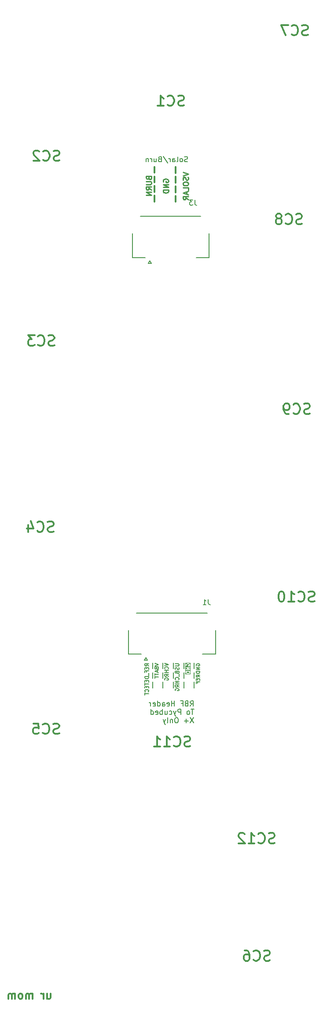
<source format=gbr>
%TF.GenerationSoftware,KiCad,Pcbnew,8.0.5*%
%TF.CreationDate,2024-12-03T18:17:28-08:00*%
%TF.ProjectId,Stationary_X_Panel,53746174-696f-46e6-9172-795f585f5061,1b*%
%TF.SameCoordinates,Original*%
%TF.FileFunction,Legend,Bot*%
%TF.FilePolarity,Positive*%
%FSLAX46Y46*%
G04 Gerber Fmt 4.6, Leading zero omitted, Abs format (unit mm)*
G04 Created by KiCad (PCBNEW 8.0.5) date 2024-12-03 18:17:28*
%MOMM*%
%LPD*%
G01*
G04 APERTURE LIST*
%ADD10C,0.300000*%
%ADD11C,0.175000*%
%ADD12C,0.200000*%
%ADD13C,0.250000*%
%ADD14C,0.150000*%
%ADD15C,0.127000*%
G04 APERTURE END LIST*
D10*
X73326190Y-184710400D02*
X73040476Y-184805638D01*
X73040476Y-184805638D02*
X72564285Y-184805638D01*
X72564285Y-184805638D02*
X72373809Y-184710400D01*
X72373809Y-184710400D02*
X72278571Y-184615161D01*
X72278571Y-184615161D02*
X72183333Y-184424685D01*
X72183333Y-184424685D02*
X72183333Y-184234209D01*
X72183333Y-184234209D02*
X72278571Y-184043733D01*
X72278571Y-184043733D02*
X72373809Y-183948495D01*
X72373809Y-183948495D02*
X72564285Y-183853257D01*
X72564285Y-183853257D02*
X72945238Y-183758019D01*
X72945238Y-183758019D02*
X73135714Y-183662780D01*
X73135714Y-183662780D02*
X73230952Y-183567542D01*
X73230952Y-183567542D02*
X73326190Y-183377066D01*
X73326190Y-183377066D02*
X73326190Y-183186590D01*
X73326190Y-183186590D02*
X73230952Y-182996114D01*
X73230952Y-182996114D02*
X73135714Y-182900876D01*
X73135714Y-182900876D02*
X72945238Y-182805638D01*
X72945238Y-182805638D02*
X72469047Y-182805638D01*
X72469047Y-182805638D02*
X72183333Y-182900876D01*
X70183333Y-184615161D02*
X70278571Y-184710400D01*
X70278571Y-184710400D02*
X70564285Y-184805638D01*
X70564285Y-184805638D02*
X70754761Y-184805638D01*
X70754761Y-184805638D02*
X71040476Y-184710400D01*
X71040476Y-184710400D02*
X71230952Y-184519923D01*
X71230952Y-184519923D02*
X71326190Y-184329447D01*
X71326190Y-184329447D02*
X71421428Y-183948495D01*
X71421428Y-183948495D02*
X71421428Y-183662780D01*
X71421428Y-183662780D02*
X71326190Y-183281828D01*
X71326190Y-183281828D02*
X71230952Y-183091352D01*
X71230952Y-183091352D02*
X71040476Y-182900876D01*
X71040476Y-182900876D02*
X70754761Y-182805638D01*
X70754761Y-182805638D02*
X70564285Y-182805638D01*
X70564285Y-182805638D02*
X70278571Y-182900876D01*
X70278571Y-182900876D02*
X70183333Y-182996114D01*
X68278571Y-184805638D02*
X69421428Y-184805638D01*
X68850000Y-184805638D02*
X68850000Y-182805638D01*
X68850000Y-182805638D02*
X69040476Y-183091352D01*
X69040476Y-183091352D02*
X69230952Y-183281828D01*
X69230952Y-183281828D02*
X69421428Y-183377066D01*
X66373809Y-184805638D02*
X67516666Y-184805638D01*
X66945238Y-184805638D02*
X66945238Y-182805638D01*
X66945238Y-182805638D02*
X67135714Y-183091352D01*
X67135714Y-183091352D02*
X67326190Y-183281828D01*
X67326190Y-183281828D02*
X67516666Y-183377066D01*
D11*
X70452233Y-168874297D02*
X71018900Y-168874297D01*
X71018900Y-168874297D02*
X71085566Y-168907631D01*
X71085566Y-168907631D02*
X71118900Y-168940964D01*
X71118900Y-168940964D02*
X71152233Y-169007631D01*
X71152233Y-169007631D02*
X71152233Y-169140964D01*
X71152233Y-169140964D02*
X71118900Y-169207631D01*
X71118900Y-169207631D02*
X71085566Y-169240964D01*
X71085566Y-169240964D02*
X71018900Y-169274297D01*
X71018900Y-169274297D02*
X70452233Y-169274297D01*
X71118900Y-169574297D02*
X71152233Y-169674297D01*
X71152233Y-169674297D02*
X71152233Y-169840964D01*
X71152233Y-169840964D02*
X71118900Y-169907630D01*
X71118900Y-169907630D02*
X71085566Y-169940964D01*
X71085566Y-169940964D02*
X71018900Y-169974297D01*
X71018900Y-169974297D02*
X70952233Y-169974297D01*
X70952233Y-169974297D02*
X70885566Y-169940964D01*
X70885566Y-169940964D02*
X70852233Y-169907630D01*
X70852233Y-169907630D02*
X70818900Y-169840964D01*
X70818900Y-169840964D02*
X70785566Y-169707630D01*
X70785566Y-169707630D02*
X70752233Y-169640964D01*
X70752233Y-169640964D02*
X70718900Y-169607630D01*
X70718900Y-169607630D02*
X70652233Y-169574297D01*
X70652233Y-169574297D02*
X70585566Y-169574297D01*
X70585566Y-169574297D02*
X70518900Y-169607630D01*
X70518900Y-169607630D02*
X70485566Y-169640964D01*
X70485566Y-169640964D02*
X70452233Y-169707630D01*
X70452233Y-169707630D02*
X70452233Y-169874297D01*
X70452233Y-169874297D02*
X70485566Y-169974297D01*
X70785566Y-170507631D02*
X70818900Y-170607631D01*
X70818900Y-170607631D02*
X70852233Y-170640964D01*
X70852233Y-170640964D02*
X70918900Y-170674297D01*
X70918900Y-170674297D02*
X71018900Y-170674297D01*
X71018900Y-170674297D02*
X71085566Y-170640964D01*
X71085566Y-170640964D02*
X71118900Y-170607631D01*
X71118900Y-170607631D02*
X71152233Y-170540964D01*
X71152233Y-170540964D02*
X71152233Y-170274297D01*
X71152233Y-170274297D02*
X70452233Y-170274297D01*
X70452233Y-170274297D02*
X70452233Y-170507631D01*
X70452233Y-170507631D02*
X70485566Y-170574297D01*
X70485566Y-170574297D02*
X70518900Y-170607631D01*
X70518900Y-170607631D02*
X70585566Y-170640964D01*
X70585566Y-170640964D02*
X70652233Y-170640964D01*
X70652233Y-170640964D02*
X70718900Y-170607631D01*
X70718900Y-170607631D02*
X70752233Y-170574297D01*
X70752233Y-170574297D02*
X70785566Y-170507631D01*
X70785566Y-170507631D02*
X70785566Y-170274297D01*
X71218900Y-170807631D02*
X71218900Y-171340964D01*
X71085566Y-171907630D02*
X71118900Y-171874297D01*
X71118900Y-171874297D02*
X71152233Y-171774297D01*
X71152233Y-171774297D02*
X71152233Y-171707630D01*
X71152233Y-171707630D02*
X71118900Y-171607630D01*
X71118900Y-171607630D02*
X71052233Y-171540964D01*
X71052233Y-171540964D02*
X70985566Y-171507630D01*
X70985566Y-171507630D02*
X70852233Y-171474297D01*
X70852233Y-171474297D02*
X70752233Y-171474297D01*
X70752233Y-171474297D02*
X70618900Y-171507630D01*
X70618900Y-171507630D02*
X70552233Y-171540964D01*
X70552233Y-171540964D02*
X70485566Y-171607630D01*
X70485566Y-171607630D02*
X70452233Y-171707630D01*
X70452233Y-171707630D02*
X70452233Y-171774297D01*
X70452233Y-171774297D02*
X70485566Y-171874297D01*
X70485566Y-171874297D02*
X70518900Y-171907630D01*
X71152233Y-172207630D02*
X70452233Y-172207630D01*
X70785566Y-172207630D02*
X70785566Y-172607630D01*
X71152233Y-172607630D02*
X70452233Y-172607630D01*
X71152233Y-173340963D02*
X70818900Y-173107630D01*
X71152233Y-172940963D02*
X70452233Y-172940963D01*
X70452233Y-172940963D02*
X70452233Y-173207630D01*
X70452233Y-173207630D02*
X70485566Y-173274297D01*
X70485566Y-173274297D02*
X70518900Y-173307630D01*
X70518900Y-173307630D02*
X70585566Y-173340963D01*
X70585566Y-173340963D02*
X70685566Y-173340963D01*
X70685566Y-173340963D02*
X70752233Y-173307630D01*
X70752233Y-173307630D02*
X70785566Y-173274297D01*
X70785566Y-173274297D02*
X70818900Y-173207630D01*
X70818900Y-173207630D02*
X70818900Y-172940963D01*
X70485566Y-174007630D02*
X70452233Y-173940963D01*
X70452233Y-173940963D02*
X70452233Y-173840963D01*
X70452233Y-173840963D02*
X70485566Y-173740963D01*
X70485566Y-173740963D02*
X70552233Y-173674297D01*
X70552233Y-173674297D02*
X70618900Y-173640963D01*
X70618900Y-173640963D02*
X70752233Y-173607630D01*
X70752233Y-173607630D02*
X70852233Y-173607630D01*
X70852233Y-173607630D02*
X70985566Y-173640963D01*
X70985566Y-173640963D02*
X71052233Y-173674297D01*
X71052233Y-173674297D02*
X71118900Y-173740963D01*
X71118900Y-173740963D02*
X71152233Y-173840963D01*
X71152233Y-173840963D02*
X71152233Y-173907630D01*
X71152233Y-173907630D02*
X71118900Y-174007630D01*
X71118900Y-174007630D02*
X71085566Y-174040963D01*
X71085566Y-174040963D02*
X70852233Y-174040963D01*
X70852233Y-174040963D02*
X70852233Y-173907630D01*
D10*
X66479400Y-80020489D02*
X66479400Y-78877632D01*
X66479400Y-78163346D02*
X66479400Y-77020489D01*
X66479400Y-76306203D02*
X66479400Y-75163346D01*
X66479400Y-74449060D02*
X66479400Y-73306203D01*
D12*
X70077150Y-173501279D02*
X70077150Y-172358422D01*
X70077150Y-171644136D02*
X70077150Y-170501279D01*
X70077150Y-169786993D02*
X70077150Y-168644136D01*
D10*
X72119809Y-61520400D02*
X71834095Y-61615638D01*
X71834095Y-61615638D02*
X71357904Y-61615638D01*
X71357904Y-61615638D02*
X71167428Y-61520400D01*
X71167428Y-61520400D02*
X71072190Y-61425161D01*
X71072190Y-61425161D02*
X70976952Y-61234685D01*
X70976952Y-61234685D02*
X70976952Y-61044209D01*
X70976952Y-61044209D02*
X71072190Y-60853733D01*
X71072190Y-60853733D02*
X71167428Y-60758495D01*
X71167428Y-60758495D02*
X71357904Y-60663257D01*
X71357904Y-60663257D02*
X71738857Y-60568019D01*
X71738857Y-60568019D02*
X71929333Y-60472780D01*
X71929333Y-60472780D02*
X72024571Y-60377542D01*
X72024571Y-60377542D02*
X72119809Y-60187066D01*
X72119809Y-60187066D02*
X72119809Y-59996590D01*
X72119809Y-59996590D02*
X72024571Y-59806114D01*
X72024571Y-59806114D02*
X71929333Y-59710876D01*
X71929333Y-59710876D02*
X71738857Y-59615638D01*
X71738857Y-59615638D02*
X71262666Y-59615638D01*
X71262666Y-59615638D02*
X70976952Y-59710876D01*
X68976952Y-61425161D02*
X69072190Y-61520400D01*
X69072190Y-61520400D02*
X69357904Y-61615638D01*
X69357904Y-61615638D02*
X69548380Y-61615638D01*
X69548380Y-61615638D02*
X69834095Y-61520400D01*
X69834095Y-61520400D02*
X70024571Y-61329923D01*
X70024571Y-61329923D02*
X70119809Y-61139447D01*
X70119809Y-61139447D02*
X70215047Y-60758495D01*
X70215047Y-60758495D02*
X70215047Y-60472780D01*
X70215047Y-60472780D02*
X70119809Y-60091828D01*
X70119809Y-60091828D02*
X70024571Y-59901352D01*
X70024571Y-59901352D02*
X69834095Y-59710876D01*
X69834095Y-59710876D02*
X69548380Y-59615638D01*
X69548380Y-59615638D02*
X69357904Y-59615638D01*
X69357904Y-59615638D02*
X69072190Y-59710876D01*
X69072190Y-59710876D02*
X68976952Y-59806114D01*
X67072190Y-61615638D02*
X68215047Y-61615638D01*
X67643619Y-61615638D02*
X67643619Y-59615638D01*
X67643619Y-59615638D02*
X67834095Y-59901352D01*
X67834095Y-59901352D02*
X68024571Y-60091828D01*
X68024571Y-60091828D02*
X68215047Y-60187066D01*
D12*
X72077150Y-173501279D02*
X72077150Y-172358422D01*
X72077150Y-171644136D02*
X72077150Y-170501279D01*
X72077150Y-169786993D02*
X72077150Y-168644136D01*
D13*
X65315809Y-75460901D02*
X65363428Y-75603758D01*
X65363428Y-75603758D02*
X65411047Y-75651377D01*
X65411047Y-75651377D02*
X65506285Y-75698996D01*
X65506285Y-75698996D02*
X65649142Y-75698996D01*
X65649142Y-75698996D02*
X65744380Y-75651377D01*
X65744380Y-75651377D02*
X65792000Y-75603758D01*
X65792000Y-75603758D02*
X65839619Y-75508520D01*
X65839619Y-75508520D02*
X65839619Y-75127568D01*
X65839619Y-75127568D02*
X64839619Y-75127568D01*
X64839619Y-75127568D02*
X64839619Y-75460901D01*
X64839619Y-75460901D02*
X64887238Y-75556139D01*
X64887238Y-75556139D02*
X64934857Y-75603758D01*
X64934857Y-75603758D02*
X65030095Y-75651377D01*
X65030095Y-75651377D02*
X65125333Y-75651377D01*
X65125333Y-75651377D02*
X65220571Y-75603758D01*
X65220571Y-75603758D02*
X65268190Y-75556139D01*
X65268190Y-75556139D02*
X65315809Y-75460901D01*
X65315809Y-75460901D02*
X65315809Y-75127568D01*
X64839619Y-76127568D02*
X65649142Y-76127568D01*
X65649142Y-76127568D02*
X65744380Y-76175187D01*
X65744380Y-76175187D02*
X65792000Y-76222806D01*
X65792000Y-76222806D02*
X65839619Y-76318044D01*
X65839619Y-76318044D02*
X65839619Y-76508520D01*
X65839619Y-76508520D02*
X65792000Y-76603758D01*
X65792000Y-76603758D02*
X65744380Y-76651377D01*
X65744380Y-76651377D02*
X65649142Y-76698996D01*
X65649142Y-76698996D02*
X64839619Y-76698996D01*
X65839619Y-77746615D02*
X65363428Y-77413282D01*
X65839619Y-77175187D02*
X64839619Y-77175187D01*
X64839619Y-77175187D02*
X64839619Y-77556139D01*
X64839619Y-77556139D02*
X64887238Y-77651377D01*
X64887238Y-77651377D02*
X64934857Y-77698996D01*
X64934857Y-77698996D02*
X65030095Y-77746615D01*
X65030095Y-77746615D02*
X65172952Y-77746615D01*
X65172952Y-77746615D02*
X65268190Y-77698996D01*
X65268190Y-77698996D02*
X65315809Y-77651377D01*
X65315809Y-77651377D02*
X65363428Y-77556139D01*
X65363428Y-77556139D02*
X65363428Y-77175187D01*
X65839619Y-78175187D02*
X64839619Y-78175187D01*
X64839619Y-78175187D02*
X65839619Y-78746615D01*
X65839619Y-78746615D02*
X64839619Y-78746615D01*
D10*
X47193809Y-107614400D02*
X46908095Y-107709638D01*
X46908095Y-107709638D02*
X46431904Y-107709638D01*
X46431904Y-107709638D02*
X46241428Y-107614400D01*
X46241428Y-107614400D02*
X46146190Y-107519161D01*
X46146190Y-107519161D02*
X46050952Y-107328685D01*
X46050952Y-107328685D02*
X46050952Y-107138209D01*
X46050952Y-107138209D02*
X46146190Y-106947733D01*
X46146190Y-106947733D02*
X46241428Y-106852495D01*
X46241428Y-106852495D02*
X46431904Y-106757257D01*
X46431904Y-106757257D02*
X46812857Y-106662019D01*
X46812857Y-106662019D02*
X47003333Y-106566780D01*
X47003333Y-106566780D02*
X47098571Y-106471542D01*
X47098571Y-106471542D02*
X47193809Y-106281066D01*
X47193809Y-106281066D02*
X47193809Y-106090590D01*
X47193809Y-106090590D02*
X47098571Y-105900114D01*
X47098571Y-105900114D02*
X47003333Y-105804876D01*
X47003333Y-105804876D02*
X46812857Y-105709638D01*
X46812857Y-105709638D02*
X46336666Y-105709638D01*
X46336666Y-105709638D02*
X46050952Y-105804876D01*
X44050952Y-107519161D02*
X44146190Y-107614400D01*
X44146190Y-107614400D02*
X44431904Y-107709638D01*
X44431904Y-107709638D02*
X44622380Y-107709638D01*
X44622380Y-107709638D02*
X44908095Y-107614400D01*
X44908095Y-107614400D02*
X45098571Y-107423923D01*
X45098571Y-107423923D02*
X45193809Y-107233447D01*
X45193809Y-107233447D02*
X45289047Y-106852495D01*
X45289047Y-106852495D02*
X45289047Y-106566780D01*
X45289047Y-106566780D02*
X45193809Y-106185828D01*
X45193809Y-106185828D02*
X45098571Y-105995352D01*
X45098571Y-105995352D02*
X44908095Y-105804876D01*
X44908095Y-105804876D02*
X44622380Y-105709638D01*
X44622380Y-105709638D02*
X44431904Y-105709638D01*
X44431904Y-105709638D02*
X44146190Y-105804876D01*
X44146190Y-105804876D02*
X44050952Y-105900114D01*
X43384285Y-105709638D02*
X42146190Y-105709638D01*
X42146190Y-105709638D02*
X42812857Y-106471542D01*
X42812857Y-106471542D02*
X42527142Y-106471542D01*
X42527142Y-106471542D02*
X42336666Y-106566780D01*
X42336666Y-106566780D02*
X42241428Y-106662019D01*
X42241428Y-106662019D02*
X42146190Y-106852495D01*
X42146190Y-106852495D02*
X42146190Y-107328685D01*
X42146190Y-107328685D02*
X42241428Y-107519161D01*
X42241428Y-107519161D02*
X42336666Y-107614400D01*
X42336666Y-107614400D02*
X42527142Y-107709638D01*
X42527142Y-107709638D02*
X43098571Y-107709638D01*
X43098571Y-107709638D02*
X43289047Y-107614400D01*
X43289047Y-107614400D02*
X43384285Y-107519161D01*
D12*
X68077150Y-173501279D02*
X68077150Y-172358422D01*
X68077150Y-171644136D02*
X68077150Y-170501279D01*
X68077150Y-169786993D02*
X68077150Y-168644136D01*
D10*
X97246190Y-156839400D02*
X96960476Y-156934638D01*
X96960476Y-156934638D02*
X96484285Y-156934638D01*
X96484285Y-156934638D02*
X96293809Y-156839400D01*
X96293809Y-156839400D02*
X96198571Y-156744161D01*
X96198571Y-156744161D02*
X96103333Y-156553685D01*
X96103333Y-156553685D02*
X96103333Y-156363209D01*
X96103333Y-156363209D02*
X96198571Y-156172733D01*
X96198571Y-156172733D02*
X96293809Y-156077495D01*
X96293809Y-156077495D02*
X96484285Y-155982257D01*
X96484285Y-155982257D02*
X96865238Y-155887019D01*
X96865238Y-155887019D02*
X97055714Y-155791780D01*
X97055714Y-155791780D02*
X97150952Y-155696542D01*
X97150952Y-155696542D02*
X97246190Y-155506066D01*
X97246190Y-155506066D02*
X97246190Y-155315590D01*
X97246190Y-155315590D02*
X97150952Y-155125114D01*
X97150952Y-155125114D02*
X97055714Y-155029876D01*
X97055714Y-155029876D02*
X96865238Y-154934638D01*
X96865238Y-154934638D02*
X96389047Y-154934638D01*
X96389047Y-154934638D02*
X96103333Y-155029876D01*
X94103333Y-156744161D02*
X94198571Y-156839400D01*
X94198571Y-156839400D02*
X94484285Y-156934638D01*
X94484285Y-156934638D02*
X94674761Y-156934638D01*
X94674761Y-156934638D02*
X94960476Y-156839400D01*
X94960476Y-156839400D02*
X95150952Y-156648923D01*
X95150952Y-156648923D02*
X95246190Y-156458447D01*
X95246190Y-156458447D02*
X95341428Y-156077495D01*
X95341428Y-156077495D02*
X95341428Y-155791780D01*
X95341428Y-155791780D02*
X95246190Y-155410828D01*
X95246190Y-155410828D02*
X95150952Y-155220352D01*
X95150952Y-155220352D02*
X94960476Y-155029876D01*
X94960476Y-155029876D02*
X94674761Y-154934638D01*
X94674761Y-154934638D02*
X94484285Y-154934638D01*
X94484285Y-154934638D02*
X94198571Y-155029876D01*
X94198571Y-155029876D02*
X94103333Y-155125114D01*
X92198571Y-156934638D02*
X93341428Y-156934638D01*
X92770000Y-156934638D02*
X92770000Y-154934638D01*
X92770000Y-154934638D02*
X92960476Y-155220352D01*
X92960476Y-155220352D02*
X93150952Y-155410828D01*
X93150952Y-155410828D02*
X93341428Y-155506066D01*
X90960476Y-154934638D02*
X90769999Y-154934638D01*
X90769999Y-154934638D02*
X90579523Y-155029876D01*
X90579523Y-155029876D02*
X90484285Y-155125114D01*
X90484285Y-155125114D02*
X90389047Y-155315590D01*
X90389047Y-155315590D02*
X90293809Y-155696542D01*
X90293809Y-155696542D02*
X90293809Y-156172733D01*
X90293809Y-156172733D02*
X90389047Y-156553685D01*
X90389047Y-156553685D02*
X90484285Y-156744161D01*
X90484285Y-156744161D02*
X90579523Y-156839400D01*
X90579523Y-156839400D02*
X90769999Y-156934638D01*
X90769999Y-156934638D02*
X90960476Y-156934638D01*
X90960476Y-156934638D02*
X91150952Y-156839400D01*
X91150952Y-156839400D02*
X91246190Y-156744161D01*
X91246190Y-156744161D02*
X91341428Y-156553685D01*
X91341428Y-156553685D02*
X91436666Y-156172733D01*
X91436666Y-156172733D02*
X91436666Y-155696542D01*
X91436666Y-155696542D02*
X91341428Y-155315590D01*
X91341428Y-155315590D02*
X91246190Y-155125114D01*
X91246190Y-155125114D02*
X91150952Y-155029876D01*
X91150952Y-155029876D02*
X90960476Y-154934638D01*
D11*
X65310233Y-169274297D02*
X64976900Y-169040964D01*
X65310233Y-168874297D02*
X64610233Y-168874297D01*
X64610233Y-168874297D02*
X64610233Y-169140964D01*
X64610233Y-169140964D02*
X64643566Y-169207631D01*
X64643566Y-169207631D02*
X64676900Y-169240964D01*
X64676900Y-169240964D02*
X64743566Y-169274297D01*
X64743566Y-169274297D02*
X64843566Y-169274297D01*
X64843566Y-169274297D02*
X64910233Y-169240964D01*
X64910233Y-169240964D02*
X64943566Y-169207631D01*
X64943566Y-169207631D02*
X64976900Y-169140964D01*
X64976900Y-169140964D02*
X64976900Y-168874297D01*
X64943566Y-169574297D02*
X64943566Y-169807631D01*
X65310233Y-169907631D02*
X65310233Y-169574297D01*
X65310233Y-169574297D02*
X64610233Y-169574297D01*
X64610233Y-169574297D02*
X64610233Y-169907631D01*
X64943566Y-170440964D02*
X64943566Y-170207630D01*
X65310233Y-170207630D02*
X64610233Y-170207630D01*
X64610233Y-170207630D02*
X64610233Y-170540964D01*
X65376900Y-170640964D02*
X65376900Y-171174297D01*
X65310233Y-171340963D02*
X64610233Y-171340963D01*
X64610233Y-171340963D02*
X64610233Y-171507630D01*
X64610233Y-171507630D02*
X64643566Y-171607630D01*
X64643566Y-171607630D02*
X64710233Y-171674297D01*
X64710233Y-171674297D02*
X64776900Y-171707630D01*
X64776900Y-171707630D02*
X64910233Y-171740963D01*
X64910233Y-171740963D02*
X65010233Y-171740963D01*
X65010233Y-171740963D02*
X65143566Y-171707630D01*
X65143566Y-171707630D02*
X65210233Y-171674297D01*
X65210233Y-171674297D02*
X65276900Y-171607630D01*
X65276900Y-171607630D02*
X65310233Y-171507630D01*
X65310233Y-171507630D02*
X65310233Y-171340963D01*
X64943566Y-172040963D02*
X64943566Y-172274297D01*
X65310233Y-172374297D02*
X65310233Y-172040963D01*
X65310233Y-172040963D02*
X64610233Y-172040963D01*
X64610233Y-172040963D02*
X64610233Y-172374297D01*
X64610233Y-172574296D02*
X64610233Y-172974296D01*
X65310233Y-172774296D02*
X64610233Y-172774296D01*
X64943566Y-173207629D02*
X64943566Y-173440963D01*
X65310233Y-173540963D02*
X65310233Y-173207629D01*
X65310233Y-173207629D02*
X64610233Y-173207629D01*
X64610233Y-173207629D02*
X64610233Y-173540963D01*
X65243566Y-174240962D02*
X65276900Y-174207629D01*
X65276900Y-174207629D02*
X65310233Y-174107629D01*
X65310233Y-174107629D02*
X65310233Y-174040962D01*
X65310233Y-174040962D02*
X65276900Y-173940962D01*
X65276900Y-173940962D02*
X65210233Y-173874296D01*
X65210233Y-173874296D02*
X65143566Y-173840962D01*
X65143566Y-173840962D02*
X65010233Y-173807629D01*
X65010233Y-173807629D02*
X64910233Y-173807629D01*
X64910233Y-173807629D02*
X64776900Y-173840962D01*
X64776900Y-173840962D02*
X64710233Y-173874296D01*
X64710233Y-173874296D02*
X64643566Y-173940962D01*
X64643566Y-173940962D02*
X64610233Y-174040962D01*
X64610233Y-174040962D02*
X64610233Y-174107629D01*
X64610233Y-174107629D02*
X64643566Y-174207629D01*
X64643566Y-174207629D02*
X64676900Y-174240962D01*
X64610233Y-174440962D02*
X64610233Y-174840962D01*
X65310233Y-174640962D02*
X64610233Y-174640962D01*
X74486066Y-169240964D02*
X74452733Y-169174297D01*
X74452733Y-169174297D02*
X74452733Y-169074297D01*
X74452733Y-169074297D02*
X74486066Y-168974297D01*
X74486066Y-168974297D02*
X74552733Y-168907631D01*
X74552733Y-168907631D02*
X74619400Y-168874297D01*
X74619400Y-168874297D02*
X74752733Y-168840964D01*
X74752733Y-168840964D02*
X74852733Y-168840964D01*
X74852733Y-168840964D02*
X74986066Y-168874297D01*
X74986066Y-168874297D02*
X75052733Y-168907631D01*
X75052733Y-168907631D02*
X75119400Y-168974297D01*
X75119400Y-168974297D02*
X75152733Y-169074297D01*
X75152733Y-169074297D02*
X75152733Y-169140964D01*
X75152733Y-169140964D02*
X75119400Y-169240964D01*
X75119400Y-169240964D02*
X75086066Y-169274297D01*
X75086066Y-169274297D02*
X74852733Y-169274297D01*
X74852733Y-169274297D02*
X74852733Y-169140964D01*
X75152733Y-169574297D02*
X74452733Y-169574297D01*
X74452733Y-169574297D02*
X75152733Y-169974297D01*
X75152733Y-169974297D02*
X74452733Y-169974297D01*
X75152733Y-170307630D02*
X74452733Y-170307630D01*
X74452733Y-170307630D02*
X74452733Y-170474297D01*
X74452733Y-170474297D02*
X74486066Y-170574297D01*
X74486066Y-170574297D02*
X74552733Y-170640964D01*
X74552733Y-170640964D02*
X74619400Y-170674297D01*
X74619400Y-170674297D02*
X74752733Y-170707630D01*
X74752733Y-170707630D02*
X74852733Y-170707630D01*
X74852733Y-170707630D02*
X74986066Y-170674297D01*
X74986066Y-170674297D02*
X75052733Y-170640964D01*
X75052733Y-170640964D02*
X75119400Y-170574297D01*
X75119400Y-170574297D02*
X75152733Y-170474297D01*
X75152733Y-170474297D02*
X75152733Y-170307630D01*
X75152733Y-171407630D02*
X74819400Y-171174297D01*
X75152733Y-171007630D02*
X74452733Y-171007630D01*
X74452733Y-171007630D02*
X74452733Y-171274297D01*
X74452733Y-171274297D02*
X74486066Y-171340964D01*
X74486066Y-171340964D02*
X74519400Y-171374297D01*
X74519400Y-171374297D02*
X74586066Y-171407630D01*
X74586066Y-171407630D02*
X74686066Y-171407630D01*
X74686066Y-171407630D02*
X74752733Y-171374297D01*
X74752733Y-171374297D02*
X74786066Y-171340964D01*
X74786066Y-171340964D02*
X74819400Y-171274297D01*
X74819400Y-171274297D02*
X74819400Y-171007630D01*
X74786066Y-171707630D02*
X74786066Y-171940964D01*
X75152733Y-172040964D02*
X75152733Y-171707630D01*
X75152733Y-171707630D02*
X74452733Y-171707630D01*
X74452733Y-171707630D02*
X74452733Y-172040964D01*
X74786066Y-172574297D02*
X74786066Y-172340963D01*
X75152733Y-172340963D02*
X74452733Y-172340963D01*
X74452733Y-172340963D02*
X74452733Y-172674297D01*
D12*
X74077150Y-173501279D02*
X74077150Y-172358422D01*
X74077150Y-171644136D02*
X74077150Y-170501279D01*
X74077150Y-169786993D02*
X74077150Y-168644136D01*
D10*
X95968809Y-47964400D02*
X95683095Y-48059638D01*
X95683095Y-48059638D02*
X95206904Y-48059638D01*
X95206904Y-48059638D02*
X95016428Y-47964400D01*
X95016428Y-47964400D02*
X94921190Y-47869161D01*
X94921190Y-47869161D02*
X94825952Y-47678685D01*
X94825952Y-47678685D02*
X94825952Y-47488209D01*
X94825952Y-47488209D02*
X94921190Y-47297733D01*
X94921190Y-47297733D02*
X95016428Y-47202495D01*
X95016428Y-47202495D02*
X95206904Y-47107257D01*
X95206904Y-47107257D02*
X95587857Y-47012019D01*
X95587857Y-47012019D02*
X95778333Y-46916780D01*
X95778333Y-46916780D02*
X95873571Y-46821542D01*
X95873571Y-46821542D02*
X95968809Y-46631066D01*
X95968809Y-46631066D02*
X95968809Y-46440590D01*
X95968809Y-46440590D02*
X95873571Y-46250114D01*
X95873571Y-46250114D02*
X95778333Y-46154876D01*
X95778333Y-46154876D02*
X95587857Y-46059638D01*
X95587857Y-46059638D02*
X95111666Y-46059638D01*
X95111666Y-46059638D02*
X94825952Y-46154876D01*
X92825952Y-47869161D02*
X92921190Y-47964400D01*
X92921190Y-47964400D02*
X93206904Y-48059638D01*
X93206904Y-48059638D02*
X93397380Y-48059638D01*
X93397380Y-48059638D02*
X93683095Y-47964400D01*
X93683095Y-47964400D02*
X93873571Y-47773923D01*
X93873571Y-47773923D02*
X93968809Y-47583447D01*
X93968809Y-47583447D02*
X94064047Y-47202495D01*
X94064047Y-47202495D02*
X94064047Y-46916780D01*
X94064047Y-46916780D02*
X93968809Y-46535828D01*
X93968809Y-46535828D02*
X93873571Y-46345352D01*
X93873571Y-46345352D02*
X93683095Y-46154876D01*
X93683095Y-46154876D02*
X93397380Y-46059638D01*
X93397380Y-46059638D02*
X93206904Y-46059638D01*
X93206904Y-46059638D02*
X92921190Y-46154876D01*
X92921190Y-46154876D02*
X92825952Y-46250114D01*
X92159285Y-46059638D02*
X90825952Y-46059638D01*
X90825952Y-46059638D02*
X91683095Y-48059638D01*
D11*
G36*
X73160233Y-170460097D02*
G01*
X73137921Y-170527031D01*
X73095901Y-170569051D01*
X73050522Y-170591740D01*
X72936959Y-170620130D01*
X72858506Y-170620130D01*
X72744939Y-170591738D01*
X72699563Y-170569050D01*
X72657544Y-170527031D01*
X72635233Y-170460097D01*
X72635233Y-170395130D01*
X73160233Y-170395130D01*
X73160233Y-170460097D01*
G37*
G36*
X73422733Y-170882630D02*
G01*
X72372733Y-170882630D01*
X72372733Y-170307630D01*
X72460233Y-170307630D01*
X72460233Y-170474297D01*
X72461083Y-170482936D01*
X72460920Y-170485241D01*
X72461609Y-170488272D01*
X72461914Y-170491367D01*
X72462798Y-170493501D01*
X72464723Y-170501967D01*
X72498056Y-170601967D01*
X72505049Y-170617629D01*
X72507107Y-170620002D01*
X72508312Y-170622910D01*
X72519194Y-170636169D01*
X72585861Y-170702836D01*
X72592571Y-170708343D01*
X72594086Y-170710089D01*
X72596718Y-170711746D01*
X72599120Y-170713717D01*
X72601252Y-170714600D01*
X72608602Y-170719227D01*
X72675270Y-170752560D01*
X72676517Y-170753037D01*
X72677026Y-170753414D01*
X72684198Y-170755976D01*
X72691289Y-170758690D01*
X72691917Y-170758734D01*
X72693178Y-170759185D01*
X72826511Y-170792517D01*
X72829469Y-170792954D01*
X72830663Y-170793449D01*
X72837090Y-170794081D01*
X72843479Y-170795027D01*
X72844756Y-170794836D01*
X72847733Y-170795130D01*
X72947733Y-170795130D01*
X72950709Y-170794836D01*
X72951987Y-170795027D01*
X72958383Y-170794081D01*
X72964803Y-170793449D01*
X72965993Y-170792955D01*
X72968955Y-170792518D01*
X73102287Y-170759185D01*
X73103547Y-170758734D01*
X73104177Y-170758690D01*
X73111279Y-170755972D01*
X73118440Y-170753414D01*
X73118947Y-170753038D01*
X73120197Y-170752560D01*
X73186864Y-170719227D01*
X73194209Y-170714603D01*
X73196346Y-170713718D01*
X73198751Y-170711743D01*
X73201380Y-170710089D01*
X73202892Y-170708345D01*
X73209605Y-170702836D01*
X73276272Y-170636169D01*
X73287153Y-170622910D01*
X73288356Y-170620005D01*
X73290417Y-170617629D01*
X73297410Y-170601967D01*
X73330743Y-170501967D01*
X73332667Y-170493501D01*
X73333552Y-170491367D01*
X73333856Y-170488272D01*
X73334546Y-170485241D01*
X73334382Y-170482936D01*
X73335233Y-170474297D01*
X73335233Y-170307630D01*
X73333552Y-170290560D01*
X73320487Y-170259018D01*
X73296345Y-170234876D01*
X73264803Y-170221811D01*
X73247733Y-170220130D01*
X72547733Y-170220130D01*
X72530663Y-170221811D01*
X72499121Y-170234876D01*
X72474979Y-170259018D01*
X72461914Y-170290560D01*
X72460233Y-170307630D01*
X72372733Y-170307630D01*
X72372733Y-169580408D01*
X72460447Y-169580408D01*
X72461914Y-169585787D01*
X72461914Y-169591367D01*
X72466368Y-169602121D01*
X72469430Y-169613347D01*
X72472844Y-169617756D01*
X72474979Y-169622909D01*
X72483206Y-169631136D01*
X72490334Y-169640340D01*
X72497487Y-169645417D01*
X72499121Y-169647051D01*
X72500724Y-169647715D01*
X72504321Y-169650268D01*
X72918247Y-169886797D01*
X72547733Y-169886797D01*
X72530663Y-169888478D01*
X72499121Y-169901543D01*
X72474979Y-169925685D01*
X72461914Y-169957227D01*
X72461914Y-169991367D01*
X72474979Y-170022909D01*
X72499121Y-170047051D01*
X72530663Y-170060116D01*
X72547733Y-170061797D01*
X73247733Y-170061797D01*
X73252120Y-170061364D01*
X73253844Y-170061584D01*
X73256074Y-170060975D01*
X73264803Y-170060116D01*
X73275555Y-170055662D01*
X73286783Y-170052600D01*
X73291192Y-170049185D01*
X73296345Y-170047051D01*
X73304572Y-170038823D01*
X73313776Y-170031696D01*
X73316543Y-170026852D01*
X73320487Y-170022909D01*
X73324939Y-170012159D01*
X73330714Y-170002054D01*
X73331417Y-169996519D01*
X73333552Y-169991367D01*
X73333552Y-169979732D01*
X73335020Y-169968186D01*
X73333552Y-169962803D01*
X73333552Y-169957227D01*
X73329098Y-169946474D01*
X73326036Y-169935247D01*
X73322621Y-169930837D01*
X73320487Y-169925685D01*
X73312259Y-169917457D01*
X73305132Y-169908254D01*
X73297978Y-169903176D01*
X73296345Y-169901543D01*
X73294741Y-169900878D01*
X73291145Y-169898326D01*
X72877219Y-169661797D01*
X73247733Y-169661797D01*
X73264803Y-169660116D01*
X73296345Y-169647051D01*
X73320487Y-169622909D01*
X73333552Y-169591367D01*
X73333552Y-169557227D01*
X73320487Y-169525685D01*
X73296345Y-169501543D01*
X73264803Y-169488478D01*
X73247733Y-169486797D01*
X72547733Y-169486797D01*
X72543341Y-169487229D01*
X72541622Y-169487011D01*
X72539396Y-169487617D01*
X72530663Y-169488478D01*
X72519908Y-169492932D01*
X72508683Y-169495994D01*
X72504273Y-169499408D01*
X72499121Y-169501543D01*
X72490893Y-169509770D01*
X72481690Y-169516898D01*
X72478922Y-169521741D01*
X72474979Y-169525685D01*
X72470526Y-169536434D01*
X72464752Y-169546540D01*
X72464048Y-169552073D01*
X72461914Y-169557227D01*
X72461914Y-169568866D01*
X72460447Y-169580408D01*
X72372733Y-169580408D01*
X72372733Y-169074297D01*
X72460233Y-169074297D01*
X72460233Y-169174297D01*
X72461914Y-169191367D01*
X72463117Y-169194271D01*
X72463340Y-169197408D01*
X72469470Y-169213428D01*
X72502803Y-169280095D01*
X72511941Y-169294611D01*
X72537732Y-169316980D01*
X72570122Y-169327777D01*
X72604177Y-169325357D01*
X72634713Y-169310089D01*
X72657082Y-169284298D01*
X72667879Y-169251908D01*
X72665459Y-169217853D01*
X72659329Y-169201834D01*
X72635233Y-169153640D01*
X72635233Y-169088496D01*
X72657544Y-169021562D01*
X72699564Y-168979542D01*
X72744936Y-168956856D01*
X72858506Y-168928464D01*
X72936959Y-168928464D01*
X73050524Y-168956854D01*
X73095902Y-168979543D01*
X73137921Y-169021562D01*
X73160233Y-169088496D01*
X73160233Y-169126764D01*
X73140222Y-169186797D01*
X73035233Y-169186797D01*
X73035233Y-169140964D01*
X73033552Y-169123894D01*
X73020487Y-169092352D01*
X72996345Y-169068210D01*
X72964803Y-169055145D01*
X72930663Y-169055145D01*
X72899121Y-169068210D01*
X72874979Y-169092352D01*
X72861914Y-169123894D01*
X72860233Y-169140964D01*
X72860233Y-169274297D01*
X72861914Y-169291367D01*
X72874979Y-169322909D01*
X72899121Y-169347051D01*
X72930663Y-169360116D01*
X72947733Y-169361797D01*
X73181066Y-169361797D01*
X73198136Y-169360116D01*
X73229678Y-169347051D01*
X73229679Y-169347050D01*
X73242937Y-169336170D01*
X73276271Y-169302837D01*
X73287153Y-169289578D01*
X73288357Y-169286670D01*
X73290417Y-169284296D01*
X73297410Y-169268634D01*
X73330743Y-169168634D01*
X73332667Y-169160168D01*
X73333552Y-169158034D01*
X73333856Y-169154939D01*
X73334546Y-169151908D01*
X73334382Y-169149603D01*
X73335233Y-169140964D01*
X73335233Y-169074297D01*
X73334382Y-169065657D01*
X73334546Y-169063353D01*
X73333856Y-169060321D01*
X73333552Y-169057227D01*
X73332667Y-169055092D01*
X73330743Y-169046627D01*
X73297410Y-168946627D01*
X73290417Y-168930965D01*
X73288356Y-168928589D01*
X73287153Y-168925684D01*
X73276272Y-168912425D01*
X73209604Y-168845759D01*
X73202898Y-168840255D01*
X73201381Y-168838506D01*
X73198745Y-168836847D01*
X73196345Y-168834877D01*
X73194210Y-168833992D01*
X73186864Y-168829369D01*
X73120198Y-168796035D01*
X73118948Y-168795556D01*
X73118440Y-168795180D01*
X73111277Y-168792621D01*
X73104178Y-168789904D01*
X73103546Y-168789859D01*
X73102287Y-168789409D01*
X72968955Y-168756076D01*
X72965993Y-168755638D01*
X72964803Y-168755145D01*
X72958383Y-168754512D01*
X72951987Y-168753567D01*
X72950709Y-168753757D01*
X72947733Y-168753464D01*
X72847733Y-168753464D01*
X72844756Y-168753757D01*
X72843479Y-168753567D01*
X72837090Y-168754512D01*
X72830663Y-168755145D01*
X72829469Y-168755639D01*
X72826511Y-168756077D01*
X72693178Y-168789409D01*
X72691917Y-168789859D01*
X72691288Y-168789904D01*
X72684194Y-168792618D01*
X72677026Y-168795180D01*
X72676517Y-168795556D01*
X72675268Y-168796035D01*
X72608601Y-168829369D01*
X72601254Y-168833993D01*
X72599121Y-168834877D01*
X72596719Y-168836847D01*
X72594085Y-168838506D01*
X72592569Y-168840253D01*
X72585862Y-168845758D01*
X72519195Y-168912425D01*
X72508313Y-168925684D01*
X72507109Y-168928589D01*
X72505049Y-168930965D01*
X72498056Y-168946627D01*
X72464723Y-169046627D01*
X72462798Y-169055092D01*
X72461914Y-169057227D01*
X72461609Y-169060321D01*
X72460920Y-169063353D01*
X72461083Y-169065657D01*
X72460233Y-169074297D01*
X72372733Y-169074297D01*
X72372733Y-168665964D01*
X73422733Y-168665964D01*
X73422733Y-170882630D01*
G37*
D10*
X48168809Y-72089400D02*
X47883095Y-72184638D01*
X47883095Y-72184638D02*
X47406904Y-72184638D01*
X47406904Y-72184638D02*
X47216428Y-72089400D01*
X47216428Y-72089400D02*
X47121190Y-71994161D01*
X47121190Y-71994161D02*
X47025952Y-71803685D01*
X47025952Y-71803685D02*
X47025952Y-71613209D01*
X47025952Y-71613209D02*
X47121190Y-71422733D01*
X47121190Y-71422733D02*
X47216428Y-71327495D01*
X47216428Y-71327495D02*
X47406904Y-71232257D01*
X47406904Y-71232257D02*
X47787857Y-71137019D01*
X47787857Y-71137019D02*
X47978333Y-71041780D01*
X47978333Y-71041780D02*
X48073571Y-70946542D01*
X48073571Y-70946542D02*
X48168809Y-70756066D01*
X48168809Y-70756066D02*
X48168809Y-70565590D01*
X48168809Y-70565590D02*
X48073571Y-70375114D01*
X48073571Y-70375114D02*
X47978333Y-70279876D01*
X47978333Y-70279876D02*
X47787857Y-70184638D01*
X47787857Y-70184638D02*
X47311666Y-70184638D01*
X47311666Y-70184638D02*
X47025952Y-70279876D01*
X45025952Y-71994161D02*
X45121190Y-72089400D01*
X45121190Y-72089400D02*
X45406904Y-72184638D01*
X45406904Y-72184638D02*
X45597380Y-72184638D01*
X45597380Y-72184638D02*
X45883095Y-72089400D01*
X45883095Y-72089400D02*
X46073571Y-71898923D01*
X46073571Y-71898923D02*
X46168809Y-71708447D01*
X46168809Y-71708447D02*
X46264047Y-71327495D01*
X46264047Y-71327495D02*
X46264047Y-71041780D01*
X46264047Y-71041780D02*
X46168809Y-70660828D01*
X46168809Y-70660828D02*
X46073571Y-70470352D01*
X46073571Y-70470352D02*
X45883095Y-70279876D01*
X45883095Y-70279876D02*
X45597380Y-70184638D01*
X45597380Y-70184638D02*
X45406904Y-70184638D01*
X45406904Y-70184638D02*
X45121190Y-70279876D01*
X45121190Y-70279876D02*
X45025952Y-70375114D01*
X44264047Y-70375114D02*
X44168809Y-70279876D01*
X44168809Y-70279876D02*
X43978333Y-70184638D01*
X43978333Y-70184638D02*
X43502142Y-70184638D01*
X43502142Y-70184638D02*
X43311666Y-70279876D01*
X43311666Y-70279876D02*
X43216428Y-70375114D01*
X43216428Y-70375114D02*
X43121190Y-70565590D01*
X43121190Y-70565590D02*
X43121190Y-70756066D01*
X43121190Y-70756066D02*
X43216428Y-71041780D01*
X43216428Y-71041780D02*
X44359285Y-72184638D01*
X44359285Y-72184638D02*
X43121190Y-72184638D01*
D11*
X68420233Y-168756797D02*
X69120233Y-168990131D01*
X69120233Y-168990131D02*
X68420233Y-169223464D01*
X69053566Y-169856797D02*
X69086900Y-169823464D01*
X69086900Y-169823464D02*
X69120233Y-169723464D01*
X69120233Y-169723464D02*
X69120233Y-169656797D01*
X69120233Y-169656797D02*
X69086900Y-169556797D01*
X69086900Y-169556797D02*
X69020233Y-169490131D01*
X69020233Y-169490131D02*
X68953566Y-169456797D01*
X68953566Y-169456797D02*
X68820233Y-169423464D01*
X68820233Y-169423464D02*
X68720233Y-169423464D01*
X68720233Y-169423464D02*
X68586900Y-169456797D01*
X68586900Y-169456797D02*
X68520233Y-169490131D01*
X68520233Y-169490131D02*
X68453566Y-169556797D01*
X68453566Y-169556797D02*
X68420233Y-169656797D01*
X68420233Y-169656797D02*
X68420233Y-169723464D01*
X68420233Y-169723464D02*
X68453566Y-169823464D01*
X68453566Y-169823464D02*
X68486900Y-169856797D01*
X69120233Y-170156797D02*
X68420233Y-170156797D01*
X68753566Y-170156797D02*
X68753566Y-170556797D01*
X69120233Y-170556797D02*
X68420233Y-170556797D01*
X69120233Y-171290130D02*
X68786900Y-171056797D01*
X69120233Y-170890130D02*
X68420233Y-170890130D01*
X68420233Y-170890130D02*
X68420233Y-171156797D01*
X68420233Y-171156797D02*
X68453566Y-171223464D01*
X68453566Y-171223464D02*
X68486900Y-171256797D01*
X68486900Y-171256797D02*
X68553566Y-171290130D01*
X68553566Y-171290130D02*
X68653566Y-171290130D01*
X68653566Y-171290130D02*
X68720233Y-171256797D01*
X68720233Y-171256797D02*
X68753566Y-171223464D01*
X68753566Y-171223464D02*
X68786900Y-171156797D01*
X68786900Y-171156797D02*
X68786900Y-170890130D01*
X68453566Y-171956797D02*
X68420233Y-171890130D01*
X68420233Y-171890130D02*
X68420233Y-171790130D01*
X68420233Y-171790130D02*
X68453566Y-171690130D01*
X68453566Y-171690130D02*
X68520233Y-171623464D01*
X68520233Y-171623464D02*
X68586900Y-171590130D01*
X68586900Y-171590130D02*
X68720233Y-171556797D01*
X68720233Y-171556797D02*
X68820233Y-171556797D01*
X68820233Y-171556797D02*
X68953566Y-171590130D01*
X68953566Y-171590130D02*
X69020233Y-171623464D01*
X69020233Y-171623464D02*
X69086900Y-171690130D01*
X69086900Y-171690130D02*
X69120233Y-171790130D01*
X69120233Y-171790130D02*
X69120233Y-171856797D01*
X69120233Y-171856797D02*
X69086900Y-171956797D01*
X69086900Y-171956797D02*
X69053566Y-171990130D01*
X69053566Y-171990130D02*
X68820233Y-171990130D01*
X68820233Y-171990130D02*
X68820233Y-171856797D01*
D10*
X70504400Y-80070489D02*
X70504400Y-78927632D01*
X70504400Y-78213346D02*
X70504400Y-77070489D01*
X70504400Y-76356203D02*
X70504400Y-75213346D01*
X70504400Y-74499060D02*
X70504400Y-73356203D01*
X45787632Y-232265828D02*
X45787632Y-233265828D01*
X46430489Y-232265828D02*
X46430489Y-233051542D01*
X46430489Y-233051542D02*
X46359060Y-233194400D01*
X46359060Y-233194400D02*
X46216203Y-233265828D01*
X46216203Y-233265828D02*
X46001917Y-233265828D01*
X46001917Y-233265828D02*
X45859060Y-233194400D01*
X45859060Y-233194400D02*
X45787632Y-233122971D01*
X45073346Y-233265828D02*
X45073346Y-232265828D01*
X45073346Y-232551542D02*
X45001917Y-232408685D01*
X45001917Y-232408685D02*
X44930489Y-232337257D01*
X44930489Y-232337257D02*
X44787631Y-232265828D01*
X44787631Y-232265828D02*
X44644774Y-232265828D01*
X43001918Y-233265828D02*
X43001918Y-232265828D01*
X43001918Y-232408685D02*
X42930489Y-232337257D01*
X42930489Y-232337257D02*
X42787632Y-232265828D01*
X42787632Y-232265828D02*
X42573346Y-232265828D01*
X42573346Y-232265828D02*
X42430489Y-232337257D01*
X42430489Y-232337257D02*
X42359061Y-232480114D01*
X42359061Y-232480114D02*
X42359061Y-233265828D01*
X42359061Y-232480114D02*
X42287632Y-232337257D01*
X42287632Y-232337257D02*
X42144775Y-232265828D01*
X42144775Y-232265828D02*
X41930489Y-232265828D01*
X41930489Y-232265828D02*
X41787632Y-232337257D01*
X41787632Y-232337257D02*
X41716203Y-232480114D01*
X41716203Y-232480114D02*
X41716203Y-233265828D01*
X40787632Y-233265828D02*
X40930489Y-233194400D01*
X40930489Y-233194400D02*
X41001918Y-233122971D01*
X41001918Y-233122971D02*
X41073346Y-232980114D01*
X41073346Y-232980114D02*
X41073346Y-232551542D01*
X41073346Y-232551542D02*
X41001918Y-232408685D01*
X41001918Y-232408685D02*
X40930489Y-232337257D01*
X40930489Y-232337257D02*
X40787632Y-232265828D01*
X40787632Y-232265828D02*
X40573346Y-232265828D01*
X40573346Y-232265828D02*
X40430489Y-232337257D01*
X40430489Y-232337257D02*
X40359061Y-232408685D01*
X40359061Y-232408685D02*
X40287632Y-232551542D01*
X40287632Y-232551542D02*
X40287632Y-232980114D01*
X40287632Y-232980114D02*
X40359061Y-233122971D01*
X40359061Y-233122971D02*
X40430489Y-233194400D01*
X40430489Y-233194400D02*
X40573346Y-233265828D01*
X40573346Y-233265828D02*
X40787632Y-233265828D01*
X39644775Y-233265828D02*
X39644775Y-232265828D01*
X39644775Y-232408685D02*
X39573346Y-232337257D01*
X39573346Y-232337257D02*
X39430489Y-232265828D01*
X39430489Y-232265828D02*
X39216203Y-232265828D01*
X39216203Y-232265828D02*
X39073346Y-232337257D01*
X39073346Y-232337257D02*
X39001918Y-232480114D01*
X39001918Y-232480114D02*
X39001918Y-233265828D01*
X39001918Y-232480114D02*
X38930489Y-232337257D01*
X38930489Y-232337257D02*
X38787632Y-232265828D01*
X38787632Y-232265828D02*
X38573346Y-232265828D01*
X38573346Y-232265828D02*
X38430489Y-232337257D01*
X38430489Y-232337257D02*
X38359060Y-232480114D01*
X38359060Y-232480114D02*
X38359060Y-233265828D01*
D13*
X68162238Y-76226377D02*
X68114619Y-76131139D01*
X68114619Y-76131139D02*
X68114619Y-75988282D01*
X68114619Y-75988282D02*
X68162238Y-75845425D01*
X68162238Y-75845425D02*
X68257476Y-75750187D01*
X68257476Y-75750187D02*
X68352714Y-75702568D01*
X68352714Y-75702568D02*
X68543190Y-75654949D01*
X68543190Y-75654949D02*
X68686047Y-75654949D01*
X68686047Y-75654949D02*
X68876523Y-75702568D01*
X68876523Y-75702568D02*
X68971761Y-75750187D01*
X68971761Y-75750187D02*
X69067000Y-75845425D01*
X69067000Y-75845425D02*
X69114619Y-75988282D01*
X69114619Y-75988282D02*
X69114619Y-76083520D01*
X69114619Y-76083520D02*
X69067000Y-76226377D01*
X69067000Y-76226377D02*
X69019380Y-76273996D01*
X69019380Y-76273996D02*
X68686047Y-76273996D01*
X68686047Y-76273996D02*
X68686047Y-76083520D01*
X69114619Y-76702568D02*
X68114619Y-76702568D01*
X68114619Y-76702568D02*
X69114619Y-77273996D01*
X69114619Y-77273996D02*
X68114619Y-77273996D01*
X69114619Y-77750187D02*
X68114619Y-77750187D01*
X68114619Y-77750187D02*
X68114619Y-77988282D01*
X68114619Y-77988282D02*
X68162238Y-78131139D01*
X68162238Y-78131139D02*
X68257476Y-78226377D01*
X68257476Y-78226377D02*
X68352714Y-78273996D01*
X68352714Y-78273996D02*
X68543190Y-78321615D01*
X68543190Y-78321615D02*
X68686047Y-78321615D01*
X68686047Y-78321615D02*
X68876523Y-78273996D01*
X68876523Y-78273996D02*
X68971761Y-78226377D01*
X68971761Y-78226377D02*
X69067000Y-78131139D01*
X69067000Y-78131139D02*
X69114619Y-77988282D01*
X69114619Y-77988282D02*
X69114619Y-77750187D01*
D12*
X66077150Y-173501279D02*
X66077150Y-172358422D01*
X66077150Y-171644136D02*
X66077150Y-170501279D01*
X66077150Y-169786993D02*
X66077150Y-168644136D01*
D10*
X96343809Y-120739400D02*
X96058095Y-120834638D01*
X96058095Y-120834638D02*
X95581904Y-120834638D01*
X95581904Y-120834638D02*
X95391428Y-120739400D01*
X95391428Y-120739400D02*
X95296190Y-120644161D01*
X95296190Y-120644161D02*
X95200952Y-120453685D01*
X95200952Y-120453685D02*
X95200952Y-120263209D01*
X95200952Y-120263209D02*
X95296190Y-120072733D01*
X95296190Y-120072733D02*
X95391428Y-119977495D01*
X95391428Y-119977495D02*
X95581904Y-119882257D01*
X95581904Y-119882257D02*
X95962857Y-119787019D01*
X95962857Y-119787019D02*
X96153333Y-119691780D01*
X96153333Y-119691780D02*
X96248571Y-119596542D01*
X96248571Y-119596542D02*
X96343809Y-119406066D01*
X96343809Y-119406066D02*
X96343809Y-119215590D01*
X96343809Y-119215590D02*
X96248571Y-119025114D01*
X96248571Y-119025114D02*
X96153333Y-118929876D01*
X96153333Y-118929876D02*
X95962857Y-118834638D01*
X95962857Y-118834638D02*
X95486666Y-118834638D01*
X95486666Y-118834638D02*
X95200952Y-118929876D01*
X93200952Y-120644161D02*
X93296190Y-120739400D01*
X93296190Y-120739400D02*
X93581904Y-120834638D01*
X93581904Y-120834638D02*
X93772380Y-120834638D01*
X93772380Y-120834638D02*
X94058095Y-120739400D01*
X94058095Y-120739400D02*
X94248571Y-120548923D01*
X94248571Y-120548923D02*
X94343809Y-120358447D01*
X94343809Y-120358447D02*
X94439047Y-119977495D01*
X94439047Y-119977495D02*
X94439047Y-119691780D01*
X94439047Y-119691780D02*
X94343809Y-119310828D01*
X94343809Y-119310828D02*
X94248571Y-119120352D01*
X94248571Y-119120352D02*
X94058095Y-118929876D01*
X94058095Y-118929876D02*
X93772380Y-118834638D01*
X93772380Y-118834638D02*
X93581904Y-118834638D01*
X93581904Y-118834638D02*
X93296190Y-118929876D01*
X93296190Y-118929876D02*
X93200952Y-119025114D01*
X92248571Y-120834638D02*
X91867619Y-120834638D01*
X91867619Y-120834638D02*
X91677142Y-120739400D01*
X91677142Y-120739400D02*
X91581904Y-120644161D01*
X91581904Y-120644161D02*
X91391428Y-120358447D01*
X91391428Y-120358447D02*
X91296190Y-119977495D01*
X91296190Y-119977495D02*
X91296190Y-119215590D01*
X91296190Y-119215590D02*
X91391428Y-119025114D01*
X91391428Y-119025114D02*
X91486666Y-118929876D01*
X91486666Y-118929876D02*
X91677142Y-118834638D01*
X91677142Y-118834638D02*
X92058095Y-118834638D01*
X92058095Y-118834638D02*
X92248571Y-118929876D01*
X92248571Y-118929876D02*
X92343809Y-119025114D01*
X92343809Y-119025114D02*
X92439047Y-119215590D01*
X92439047Y-119215590D02*
X92439047Y-119691780D01*
X92439047Y-119691780D02*
X92343809Y-119882257D01*
X92343809Y-119882257D02*
X92248571Y-119977495D01*
X92248571Y-119977495D02*
X92058095Y-120072733D01*
X92058095Y-120072733D02*
X91677142Y-120072733D01*
X91677142Y-120072733D02*
X91486666Y-119977495D01*
X91486666Y-119977495D02*
X91391428Y-119882257D01*
X91391428Y-119882257D02*
X91296190Y-119691780D01*
X47043809Y-143414400D02*
X46758095Y-143509638D01*
X46758095Y-143509638D02*
X46281904Y-143509638D01*
X46281904Y-143509638D02*
X46091428Y-143414400D01*
X46091428Y-143414400D02*
X45996190Y-143319161D01*
X45996190Y-143319161D02*
X45900952Y-143128685D01*
X45900952Y-143128685D02*
X45900952Y-142938209D01*
X45900952Y-142938209D02*
X45996190Y-142747733D01*
X45996190Y-142747733D02*
X46091428Y-142652495D01*
X46091428Y-142652495D02*
X46281904Y-142557257D01*
X46281904Y-142557257D02*
X46662857Y-142462019D01*
X46662857Y-142462019D02*
X46853333Y-142366780D01*
X46853333Y-142366780D02*
X46948571Y-142271542D01*
X46948571Y-142271542D02*
X47043809Y-142081066D01*
X47043809Y-142081066D02*
X47043809Y-141890590D01*
X47043809Y-141890590D02*
X46948571Y-141700114D01*
X46948571Y-141700114D02*
X46853333Y-141604876D01*
X46853333Y-141604876D02*
X46662857Y-141509638D01*
X46662857Y-141509638D02*
X46186666Y-141509638D01*
X46186666Y-141509638D02*
X45900952Y-141604876D01*
X43900952Y-143319161D02*
X43996190Y-143414400D01*
X43996190Y-143414400D02*
X44281904Y-143509638D01*
X44281904Y-143509638D02*
X44472380Y-143509638D01*
X44472380Y-143509638D02*
X44758095Y-143414400D01*
X44758095Y-143414400D02*
X44948571Y-143223923D01*
X44948571Y-143223923D02*
X45043809Y-143033447D01*
X45043809Y-143033447D02*
X45139047Y-142652495D01*
X45139047Y-142652495D02*
X45139047Y-142366780D01*
X45139047Y-142366780D02*
X45043809Y-141985828D01*
X45043809Y-141985828D02*
X44948571Y-141795352D01*
X44948571Y-141795352D02*
X44758095Y-141604876D01*
X44758095Y-141604876D02*
X44472380Y-141509638D01*
X44472380Y-141509638D02*
X44281904Y-141509638D01*
X44281904Y-141509638D02*
X43996190Y-141604876D01*
X43996190Y-141604876D02*
X43900952Y-141700114D01*
X42186666Y-142176304D02*
X42186666Y-143509638D01*
X42662857Y-141414400D02*
X43139047Y-142842971D01*
X43139047Y-142842971D02*
X41900952Y-142842971D01*
D14*
X72805839Y-72312200D02*
X72662982Y-72359819D01*
X72662982Y-72359819D02*
X72424887Y-72359819D01*
X72424887Y-72359819D02*
X72329649Y-72312200D01*
X72329649Y-72312200D02*
X72282030Y-72264580D01*
X72282030Y-72264580D02*
X72234411Y-72169342D01*
X72234411Y-72169342D02*
X72234411Y-72074104D01*
X72234411Y-72074104D02*
X72282030Y-71978866D01*
X72282030Y-71978866D02*
X72329649Y-71931247D01*
X72329649Y-71931247D02*
X72424887Y-71883628D01*
X72424887Y-71883628D02*
X72615363Y-71836009D01*
X72615363Y-71836009D02*
X72710601Y-71788390D01*
X72710601Y-71788390D02*
X72758220Y-71740771D01*
X72758220Y-71740771D02*
X72805839Y-71645533D01*
X72805839Y-71645533D02*
X72805839Y-71550295D01*
X72805839Y-71550295D02*
X72758220Y-71455057D01*
X72758220Y-71455057D02*
X72710601Y-71407438D01*
X72710601Y-71407438D02*
X72615363Y-71359819D01*
X72615363Y-71359819D02*
X72377268Y-71359819D01*
X72377268Y-71359819D02*
X72234411Y-71407438D01*
X71662982Y-72359819D02*
X71758220Y-72312200D01*
X71758220Y-72312200D02*
X71805839Y-72264580D01*
X71805839Y-72264580D02*
X71853458Y-72169342D01*
X71853458Y-72169342D02*
X71853458Y-71883628D01*
X71853458Y-71883628D02*
X71805839Y-71788390D01*
X71805839Y-71788390D02*
X71758220Y-71740771D01*
X71758220Y-71740771D02*
X71662982Y-71693152D01*
X71662982Y-71693152D02*
X71520125Y-71693152D01*
X71520125Y-71693152D02*
X71424887Y-71740771D01*
X71424887Y-71740771D02*
X71377268Y-71788390D01*
X71377268Y-71788390D02*
X71329649Y-71883628D01*
X71329649Y-71883628D02*
X71329649Y-72169342D01*
X71329649Y-72169342D02*
X71377268Y-72264580D01*
X71377268Y-72264580D02*
X71424887Y-72312200D01*
X71424887Y-72312200D02*
X71520125Y-72359819D01*
X71520125Y-72359819D02*
X71662982Y-72359819D01*
X70758220Y-72359819D02*
X70853458Y-72312200D01*
X70853458Y-72312200D02*
X70901077Y-72216961D01*
X70901077Y-72216961D02*
X70901077Y-71359819D01*
X69948696Y-72359819D02*
X69948696Y-71836009D01*
X69948696Y-71836009D02*
X69996315Y-71740771D01*
X69996315Y-71740771D02*
X70091553Y-71693152D01*
X70091553Y-71693152D02*
X70282029Y-71693152D01*
X70282029Y-71693152D02*
X70377267Y-71740771D01*
X69948696Y-72312200D02*
X70043934Y-72359819D01*
X70043934Y-72359819D02*
X70282029Y-72359819D01*
X70282029Y-72359819D02*
X70377267Y-72312200D01*
X70377267Y-72312200D02*
X70424886Y-72216961D01*
X70424886Y-72216961D02*
X70424886Y-72121723D01*
X70424886Y-72121723D02*
X70377267Y-72026485D01*
X70377267Y-72026485D02*
X70282029Y-71978866D01*
X70282029Y-71978866D02*
X70043934Y-71978866D01*
X70043934Y-71978866D02*
X69948696Y-71931247D01*
X69472505Y-72359819D02*
X69472505Y-71693152D01*
X69472505Y-71883628D02*
X69424886Y-71788390D01*
X69424886Y-71788390D02*
X69377267Y-71740771D01*
X69377267Y-71740771D02*
X69282029Y-71693152D01*
X69282029Y-71693152D02*
X69186791Y-71693152D01*
X68139172Y-71312200D02*
X68996314Y-72597914D01*
X67472505Y-71836009D02*
X67329648Y-71883628D01*
X67329648Y-71883628D02*
X67282029Y-71931247D01*
X67282029Y-71931247D02*
X67234410Y-72026485D01*
X67234410Y-72026485D02*
X67234410Y-72169342D01*
X67234410Y-72169342D02*
X67282029Y-72264580D01*
X67282029Y-72264580D02*
X67329648Y-72312200D01*
X67329648Y-72312200D02*
X67424886Y-72359819D01*
X67424886Y-72359819D02*
X67805838Y-72359819D01*
X67805838Y-72359819D02*
X67805838Y-71359819D01*
X67805838Y-71359819D02*
X67472505Y-71359819D01*
X67472505Y-71359819D02*
X67377267Y-71407438D01*
X67377267Y-71407438D02*
X67329648Y-71455057D01*
X67329648Y-71455057D02*
X67282029Y-71550295D01*
X67282029Y-71550295D02*
X67282029Y-71645533D01*
X67282029Y-71645533D02*
X67329648Y-71740771D01*
X67329648Y-71740771D02*
X67377267Y-71788390D01*
X67377267Y-71788390D02*
X67472505Y-71836009D01*
X67472505Y-71836009D02*
X67805838Y-71836009D01*
X66377267Y-71693152D02*
X66377267Y-72359819D01*
X66805838Y-71693152D02*
X66805838Y-72216961D01*
X66805838Y-72216961D02*
X66758219Y-72312200D01*
X66758219Y-72312200D02*
X66662981Y-72359819D01*
X66662981Y-72359819D02*
X66520124Y-72359819D01*
X66520124Y-72359819D02*
X66424886Y-72312200D01*
X66424886Y-72312200D02*
X66377267Y-72264580D01*
X65901076Y-72359819D02*
X65901076Y-71693152D01*
X65901076Y-71883628D02*
X65853457Y-71788390D01*
X65853457Y-71788390D02*
X65805838Y-71740771D01*
X65805838Y-71740771D02*
X65710600Y-71693152D01*
X65710600Y-71693152D02*
X65615362Y-71693152D01*
X65282028Y-71693152D02*
X65282028Y-72359819D01*
X65282028Y-71788390D02*
X65234409Y-71740771D01*
X65234409Y-71740771D02*
X65139171Y-71693152D01*
X65139171Y-71693152D02*
X64996314Y-71693152D01*
X64996314Y-71693152D02*
X64901076Y-71740771D01*
X64901076Y-71740771D02*
X64853457Y-71836009D01*
X64853457Y-71836009D02*
X64853457Y-72359819D01*
D10*
X88668809Y-225864400D02*
X88383095Y-225959638D01*
X88383095Y-225959638D02*
X87906904Y-225959638D01*
X87906904Y-225959638D02*
X87716428Y-225864400D01*
X87716428Y-225864400D02*
X87621190Y-225769161D01*
X87621190Y-225769161D02*
X87525952Y-225578685D01*
X87525952Y-225578685D02*
X87525952Y-225388209D01*
X87525952Y-225388209D02*
X87621190Y-225197733D01*
X87621190Y-225197733D02*
X87716428Y-225102495D01*
X87716428Y-225102495D02*
X87906904Y-225007257D01*
X87906904Y-225007257D02*
X88287857Y-224912019D01*
X88287857Y-224912019D02*
X88478333Y-224816780D01*
X88478333Y-224816780D02*
X88573571Y-224721542D01*
X88573571Y-224721542D02*
X88668809Y-224531066D01*
X88668809Y-224531066D02*
X88668809Y-224340590D01*
X88668809Y-224340590D02*
X88573571Y-224150114D01*
X88573571Y-224150114D02*
X88478333Y-224054876D01*
X88478333Y-224054876D02*
X88287857Y-223959638D01*
X88287857Y-223959638D02*
X87811666Y-223959638D01*
X87811666Y-223959638D02*
X87525952Y-224054876D01*
X85525952Y-225769161D02*
X85621190Y-225864400D01*
X85621190Y-225864400D02*
X85906904Y-225959638D01*
X85906904Y-225959638D02*
X86097380Y-225959638D01*
X86097380Y-225959638D02*
X86383095Y-225864400D01*
X86383095Y-225864400D02*
X86573571Y-225673923D01*
X86573571Y-225673923D02*
X86668809Y-225483447D01*
X86668809Y-225483447D02*
X86764047Y-225102495D01*
X86764047Y-225102495D02*
X86764047Y-224816780D01*
X86764047Y-224816780D02*
X86668809Y-224435828D01*
X86668809Y-224435828D02*
X86573571Y-224245352D01*
X86573571Y-224245352D02*
X86383095Y-224054876D01*
X86383095Y-224054876D02*
X86097380Y-223959638D01*
X86097380Y-223959638D02*
X85906904Y-223959638D01*
X85906904Y-223959638D02*
X85621190Y-224054876D01*
X85621190Y-224054876D02*
X85525952Y-224150114D01*
X83811666Y-223959638D02*
X84192619Y-223959638D01*
X84192619Y-223959638D02*
X84383095Y-224054876D01*
X84383095Y-224054876D02*
X84478333Y-224150114D01*
X84478333Y-224150114D02*
X84668809Y-224435828D01*
X84668809Y-224435828D02*
X84764047Y-224816780D01*
X84764047Y-224816780D02*
X84764047Y-225578685D01*
X84764047Y-225578685D02*
X84668809Y-225769161D01*
X84668809Y-225769161D02*
X84573571Y-225864400D01*
X84573571Y-225864400D02*
X84383095Y-225959638D01*
X84383095Y-225959638D02*
X84002142Y-225959638D01*
X84002142Y-225959638D02*
X83811666Y-225864400D01*
X83811666Y-225864400D02*
X83716428Y-225769161D01*
X83716428Y-225769161D02*
X83621190Y-225578685D01*
X83621190Y-225578685D02*
X83621190Y-225102495D01*
X83621190Y-225102495D02*
X83716428Y-224912019D01*
X83716428Y-224912019D02*
X83811666Y-224816780D01*
X83811666Y-224816780D02*
X84002142Y-224721542D01*
X84002142Y-224721542D02*
X84383095Y-224721542D01*
X84383095Y-224721542D02*
X84573571Y-224816780D01*
X84573571Y-224816780D02*
X84668809Y-224912019D01*
X84668809Y-224912019D02*
X84764047Y-225102495D01*
X48118809Y-182239400D02*
X47833095Y-182334638D01*
X47833095Y-182334638D02*
X47356904Y-182334638D01*
X47356904Y-182334638D02*
X47166428Y-182239400D01*
X47166428Y-182239400D02*
X47071190Y-182144161D01*
X47071190Y-182144161D02*
X46975952Y-181953685D01*
X46975952Y-181953685D02*
X46975952Y-181763209D01*
X46975952Y-181763209D02*
X47071190Y-181572733D01*
X47071190Y-181572733D02*
X47166428Y-181477495D01*
X47166428Y-181477495D02*
X47356904Y-181382257D01*
X47356904Y-181382257D02*
X47737857Y-181287019D01*
X47737857Y-181287019D02*
X47928333Y-181191780D01*
X47928333Y-181191780D02*
X48023571Y-181096542D01*
X48023571Y-181096542D02*
X48118809Y-180906066D01*
X48118809Y-180906066D02*
X48118809Y-180715590D01*
X48118809Y-180715590D02*
X48023571Y-180525114D01*
X48023571Y-180525114D02*
X47928333Y-180429876D01*
X47928333Y-180429876D02*
X47737857Y-180334638D01*
X47737857Y-180334638D02*
X47261666Y-180334638D01*
X47261666Y-180334638D02*
X46975952Y-180429876D01*
X44975952Y-182144161D02*
X45071190Y-182239400D01*
X45071190Y-182239400D02*
X45356904Y-182334638D01*
X45356904Y-182334638D02*
X45547380Y-182334638D01*
X45547380Y-182334638D02*
X45833095Y-182239400D01*
X45833095Y-182239400D02*
X46023571Y-182048923D01*
X46023571Y-182048923D02*
X46118809Y-181858447D01*
X46118809Y-181858447D02*
X46214047Y-181477495D01*
X46214047Y-181477495D02*
X46214047Y-181191780D01*
X46214047Y-181191780D02*
X46118809Y-180810828D01*
X46118809Y-180810828D02*
X46023571Y-180620352D01*
X46023571Y-180620352D02*
X45833095Y-180429876D01*
X45833095Y-180429876D02*
X45547380Y-180334638D01*
X45547380Y-180334638D02*
X45356904Y-180334638D01*
X45356904Y-180334638D02*
X45071190Y-180429876D01*
X45071190Y-180429876D02*
X44975952Y-180525114D01*
X43166428Y-180334638D02*
X44118809Y-180334638D01*
X44118809Y-180334638D02*
X44214047Y-181287019D01*
X44214047Y-181287019D02*
X44118809Y-181191780D01*
X44118809Y-181191780D02*
X43928333Y-181096542D01*
X43928333Y-181096542D02*
X43452142Y-181096542D01*
X43452142Y-181096542D02*
X43261666Y-181191780D01*
X43261666Y-181191780D02*
X43166428Y-181287019D01*
X43166428Y-181287019D02*
X43071190Y-181477495D01*
X43071190Y-181477495D02*
X43071190Y-181953685D01*
X43071190Y-181953685D02*
X43166428Y-182144161D01*
X43166428Y-182144161D02*
X43261666Y-182239400D01*
X43261666Y-182239400D02*
X43452142Y-182334638D01*
X43452142Y-182334638D02*
X43928333Y-182334638D01*
X43928333Y-182334638D02*
X44118809Y-182239400D01*
X44118809Y-182239400D02*
X44214047Y-182144161D01*
D13*
X71939619Y-74334711D02*
X72939619Y-74668044D01*
X72939619Y-74668044D02*
X71939619Y-75001377D01*
X72892000Y-75287092D02*
X72939619Y-75429949D01*
X72939619Y-75429949D02*
X72939619Y-75668044D01*
X72939619Y-75668044D02*
X72892000Y-75763282D01*
X72892000Y-75763282D02*
X72844380Y-75810901D01*
X72844380Y-75810901D02*
X72749142Y-75858520D01*
X72749142Y-75858520D02*
X72653904Y-75858520D01*
X72653904Y-75858520D02*
X72558666Y-75810901D01*
X72558666Y-75810901D02*
X72511047Y-75763282D01*
X72511047Y-75763282D02*
X72463428Y-75668044D01*
X72463428Y-75668044D02*
X72415809Y-75477568D01*
X72415809Y-75477568D02*
X72368190Y-75382330D01*
X72368190Y-75382330D02*
X72320571Y-75334711D01*
X72320571Y-75334711D02*
X72225333Y-75287092D01*
X72225333Y-75287092D02*
X72130095Y-75287092D01*
X72130095Y-75287092D02*
X72034857Y-75334711D01*
X72034857Y-75334711D02*
X71987238Y-75382330D01*
X71987238Y-75382330D02*
X71939619Y-75477568D01*
X71939619Y-75477568D02*
X71939619Y-75715663D01*
X71939619Y-75715663D02*
X71987238Y-75858520D01*
X71939619Y-76477568D02*
X71939619Y-76668044D01*
X71939619Y-76668044D02*
X71987238Y-76763282D01*
X71987238Y-76763282D02*
X72082476Y-76858520D01*
X72082476Y-76858520D02*
X72272952Y-76906139D01*
X72272952Y-76906139D02*
X72606285Y-76906139D01*
X72606285Y-76906139D02*
X72796761Y-76858520D01*
X72796761Y-76858520D02*
X72892000Y-76763282D01*
X72892000Y-76763282D02*
X72939619Y-76668044D01*
X72939619Y-76668044D02*
X72939619Y-76477568D01*
X72939619Y-76477568D02*
X72892000Y-76382330D01*
X72892000Y-76382330D02*
X72796761Y-76287092D01*
X72796761Y-76287092D02*
X72606285Y-76239473D01*
X72606285Y-76239473D02*
X72272952Y-76239473D01*
X72272952Y-76239473D02*
X72082476Y-76287092D01*
X72082476Y-76287092D02*
X71987238Y-76382330D01*
X71987238Y-76382330D02*
X71939619Y-76477568D01*
X72939619Y-77810901D02*
X72939619Y-77334711D01*
X72939619Y-77334711D02*
X71939619Y-77334711D01*
X72653904Y-78096616D02*
X72653904Y-78572806D01*
X72939619Y-78001378D02*
X71939619Y-78334711D01*
X71939619Y-78334711D02*
X72939619Y-78668044D01*
X72939619Y-79572806D02*
X72463428Y-79239473D01*
X72939619Y-79001378D02*
X71939619Y-79001378D01*
X71939619Y-79001378D02*
X71939619Y-79382330D01*
X71939619Y-79382330D02*
X71987238Y-79477568D01*
X71987238Y-79477568D02*
X72034857Y-79525187D01*
X72034857Y-79525187D02*
X72130095Y-79572806D01*
X72130095Y-79572806D02*
X72272952Y-79572806D01*
X72272952Y-79572806D02*
X72368190Y-79525187D01*
X72368190Y-79525187D02*
X72415809Y-79477568D01*
X72415809Y-79477568D02*
X72463428Y-79382330D01*
X72463428Y-79382330D02*
X72463428Y-79001378D01*
D10*
X89571190Y-203289400D02*
X89285476Y-203384638D01*
X89285476Y-203384638D02*
X88809285Y-203384638D01*
X88809285Y-203384638D02*
X88618809Y-203289400D01*
X88618809Y-203289400D02*
X88523571Y-203194161D01*
X88523571Y-203194161D02*
X88428333Y-203003685D01*
X88428333Y-203003685D02*
X88428333Y-202813209D01*
X88428333Y-202813209D02*
X88523571Y-202622733D01*
X88523571Y-202622733D02*
X88618809Y-202527495D01*
X88618809Y-202527495D02*
X88809285Y-202432257D01*
X88809285Y-202432257D02*
X89190238Y-202337019D01*
X89190238Y-202337019D02*
X89380714Y-202241780D01*
X89380714Y-202241780D02*
X89475952Y-202146542D01*
X89475952Y-202146542D02*
X89571190Y-201956066D01*
X89571190Y-201956066D02*
X89571190Y-201765590D01*
X89571190Y-201765590D02*
X89475952Y-201575114D01*
X89475952Y-201575114D02*
X89380714Y-201479876D01*
X89380714Y-201479876D02*
X89190238Y-201384638D01*
X89190238Y-201384638D02*
X88714047Y-201384638D01*
X88714047Y-201384638D02*
X88428333Y-201479876D01*
X86428333Y-203194161D02*
X86523571Y-203289400D01*
X86523571Y-203289400D02*
X86809285Y-203384638D01*
X86809285Y-203384638D02*
X86999761Y-203384638D01*
X86999761Y-203384638D02*
X87285476Y-203289400D01*
X87285476Y-203289400D02*
X87475952Y-203098923D01*
X87475952Y-203098923D02*
X87571190Y-202908447D01*
X87571190Y-202908447D02*
X87666428Y-202527495D01*
X87666428Y-202527495D02*
X87666428Y-202241780D01*
X87666428Y-202241780D02*
X87571190Y-201860828D01*
X87571190Y-201860828D02*
X87475952Y-201670352D01*
X87475952Y-201670352D02*
X87285476Y-201479876D01*
X87285476Y-201479876D02*
X86999761Y-201384638D01*
X86999761Y-201384638D02*
X86809285Y-201384638D01*
X86809285Y-201384638D02*
X86523571Y-201479876D01*
X86523571Y-201479876D02*
X86428333Y-201575114D01*
X84523571Y-203384638D02*
X85666428Y-203384638D01*
X85095000Y-203384638D02*
X85095000Y-201384638D01*
X85095000Y-201384638D02*
X85285476Y-201670352D01*
X85285476Y-201670352D02*
X85475952Y-201860828D01*
X85475952Y-201860828D02*
X85666428Y-201956066D01*
X83761666Y-201575114D02*
X83666428Y-201479876D01*
X83666428Y-201479876D02*
X83475952Y-201384638D01*
X83475952Y-201384638D02*
X82999761Y-201384638D01*
X82999761Y-201384638D02*
X82809285Y-201479876D01*
X82809285Y-201479876D02*
X82714047Y-201575114D01*
X82714047Y-201575114D02*
X82618809Y-201765590D01*
X82618809Y-201765590D02*
X82618809Y-201956066D01*
X82618809Y-201956066D02*
X82714047Y-202241780D01*
X82714047Y-202241780D02*
X83856904Y-203384638D01*
X83856904Y-203384638D02*
X82618809Y-203384638D01*
D14*
X73341792Y-176989931D02*
X73675125Y-176513740D01*
X73913220Y-176989931D02*
X73913220Y-175989931D01*
X73913220Y-175989931D02*
X73532268Y-175989931D01*
X73532268Y-175989931D02*
X73437030Y-176037550D01*
X73437030Y-176037550D02*
X73389411Y-176085169D01*
X73389411Y-176085169D02*
X73341792Y-176180407D01*
X73341792Y-176180407D02*
X73341792Y-176323264D01*
X73341792Y-176323264D02*
X73389411Y-176418502D01*
X73389411Y-176418502D02*
X73437030Y-176466121D01*
X73437030Y-176466121D02*
X73532268Y-176513740D01*
X73532268Y-176513740D02*
X73913220Y-176513740D01*
X72579887Y-176466121D02*
X72437030Y-176513740D01*
X72437030Y-176513740D02*
X72389411Y-176561359D01*
X72389411Y-176561359D02*
X72341792Y-176656597D01*
X72341792Y-176656597D02*
X72341792Y-176799454D01*
X72341792Y-176799454D02*
X72389411Y-176894692D01*
X72389411Y-176894692D02*
X72437030Y-176942312D01*
X72437030Y-176942312D02*
X72532268Y-176989931D01*
X72532268Y-176989931D02*
X72913220Y-176989931D01*
X72913220Y-176989931D02*
X72913220Y-175989931D01*
X72913220Y-175989931D02*
X72579887Y-175989931D01*
X72579887Y-175989931D02*
X72484649Y-176037550D01*
X72484649Y-176037550D02*
X72437030Y-176085169D01*
X72437030Y-176085169D02*
X72389411Y-176180407D01*
X72389411Y-176180407D02*
X72389411Y-176275645D01*
X72389411Y-176275645D02*
X72437030Y-176370883D01*
X72437030Y-176370883D02*
X72484649Y-176418502D01*
X72484649Y-176418502D02*
X72579887Y-176466121D01*
X72579887Y-176466121D02*
X72913220Y-176466121D01*
X71579887Y-176466121D02*
X71913220Y-176466121D01*
X71913220Y-176989931D02*
X71913220Y-175989931D01*
X71913220Y-175989931D02*
X71437030Y-175989931D01*
X70294172Y-176989931D02*
X70294172Y-175989931D01*
X70294172Y-176466121D02*
X69722744Y-176466121D01*
X69722744Y-176989931D02*
X69722744Y-175989931D01*
X68865601Y-176942312D02*
X68960839Y-176989931D01*
X68960839Y-176989931D02*
X69151315Y-176989931D01*
X69151315Y-176989931D02*
X69246553Y-176942312D01*
X69246553Y-176942312D02*
X69294172Y-176847073D01*
X69294172Y-176847073D02*
X69294172Y-176466121D01*
X69294172Y-176466121D02*
X69246553Y-176370883D01*
X69246553Y-176370883D02*
X69151315Y-176323264D01*
X69151315Y-176323264D02*
X68960839Y-176323264D01*
X68960839Y-176323264D02*
X68865601Y-176370883D01*
X68865601Y-176370883D02*
X68817982Y-176466121D01*
X68817982Y-176466121D02*
X68817982Y-176561359D01*
X68817982Y-176561359D02*
X69294172Y-176656597D01*
X67960839Y-176989931D02*
X67960839Y-176466121D01*
X67960839Y-176466121D02*
X68008458Y-176370883D01*
X68008458Y-176370883D02*
X68103696Y-176323264D01*
X68103696Y-176323264D02*
X68294172Y-176323264D01*
X68294172Y-176323264D02*
X68389410Y-176370883D01*
X67960839Y-176942312D02*
X68056077Y-176989931D01*
X68056077Y-176989931D02*
X68294172Y-176989931D01*
X68294172Y-176989931D02*
X68389410Y-176942312D01*
X68389410Y-176942312D02*
X68437029Y-176847073D01*
X68437029Y-176847073D02*
X68437029Y-176751835D01*
X68437029Y-176751835D02*
X68389410Y-176656597D01*
X68389410Y-176656597D02*
X68294172Y-176608978D01*
X68294172Y-176608978D02*
X68056077Y-176608978D01*
X68056077Y-176608978D02*
X67960839Y-176561359D01*
X67056077Y-176989931D02*
X67056077Y-175989931D01*
X67056077Y-176942312D02*
X67151315Y-176989931D01*
X67151315Y-176989931D02*
X67341791Y-176989931D01*
X67341791Y-176989931D02*
X67437029Y-176942312D01*
X67437029Y-176942312D02*
X67484648Y-176894692D01*
X67484648Y-176894692D02*
X67532267Y-176799454D01*
X67532267Y-176799454D02*
X67532267Y-176513740D01*
X67532267Y-176513740D02*
X67484648Y-176418502D01*
X67484648Y-176418502D02*
X67437029Y-176370883D01*
X67437029Y-176370883D02*
X67341791Y-176323264D01*
X67341791Y-176323264D02*
X67151315Y-176323264D01*
X67151315Y-176323264D02*
X67056077Y-176370883D01*
X66198934Y-176942312D02*
X66294172Y-176989931D01*
X66294172Y-176989931D02*
X66484648Y-176989931D01*
X66484648Y-176989931D02*
X66579886Y-176942312D01*
X66579886Y-176942312D02*
X66627505Y-176847073D01*
X66627505Y-176847073D02*
X66627505Y-176466121D01*
X66627505Y-176466121D02*
X66579886Y-176370883D01*
X66579886Y-176370883D02*
X66484648Y-176323264D01*
X66484648Y-176323264D02*
X66294172Y-176323264D01*
X66294172Y-176323264D02*
X66198934Y-176370883D01*
X66198934Y-176370883D02*
X66151315Y-176466121D01*
X66151315Y-176466121D02*
X66151315Y-176561359D01*
X66151315Y-176561359D02*
X66627505Y-176656597D01*
X65722743Y-176989931D02*
X65722743Y-176323264D01*
X65722743Y-176513740D02*
X65675124Y-176418502D01*
X65675124Y-176418502D02*
X65627505Y-176370883D01*
X65627505Y-176370883D02*
X65532267Y-176323264D01*
X65532267Y-176323264D02*
X65437029Y-176323264D01*
X74056077Y-177599875D02*
X73484649Y-177599875D01*
X73770363Y-178599875D02*
X73770363Y-177599875D01*
X73008458Y-178599875D02*
X73103696Y-178552256D01*
X73103696Y-178552256D02*
X73151315Y-178504636D01*
X73151315Y-178504636D02*
X73198934Y-178409398D01*
X73198934Y-178409398D02*
X73198934Y-178123684D01*
X73198934Y-178123684D02*
X73151315Y-178028446D01*
X73151315Y-178028446D02*
X73103696Y-177980827D01*
X73103696Y-177980827D02*
X73008458Y-177933208D01*
X73008458Y-177933208D02*
X72865601Y-177933208D01*
X72865601Y-177933208D02*
X72770363Y-177980827D01*
X72770363Y-177980827D02*
X72722744Y-178028446D01*
X72722744Y-178028446D02*
X72675125Y-178123684D01*
X72675125Y-178123684D02*
X72675125Y-178409398D01*
X72675125Y-178409398D02*
X72722744Y-178504636D01*
X72722744Y-178504636D02*
X72770363Y-178552256D01*
X72770363Y-178552256D02*
X72865601Y-178599875D01*
X72865601Y-178599875D02*
X73008458Y-178599875D01*
X71484648Y-178599875D02*
X71484648Y-177599875D01*
X71484648Y-177599875D02*
X71103696Y-177599875D01*
X71103696Y-177599875D02*
X71008458Y-177647494D01*
X71008458Y-177647494D02*
X70960839Y-177695113D01*
X70960839Y-177695113D02*
X70913220Y-177790351D01*
X70913220Y-177790351D02*
X70913220Y-177933208D01*
X70913220Y-177933208D02*
X70960839Y-178028446D01*
X70960839Y-178028446D02*
X71008458Y-178076065D01*
X71008458Y-178076065D02*
X71103696Y-178123684D01*
X71103696Y-178123684D02*
X71484648Y-178123684D01*
X70579886Y-177933208D02*
X70341791Y-178599875D01*
X70103696Y-177933208D02*
X70341791Y-178599875D01*
X70341791Y-178599875D02*
X70437029Y-178837970D01*
X70437029Y-178837970D02*
X70484648Y-178885589D01*
X70484648Y-178885589D02*
X70579886Y-178933208D01*
X69294172Y-178552256D02*
X69389410Y-178599875D01*
X69389410Y-178599875D02*
X69579886Y-178599875D01*
X69579886Y-178599875D02*
X69675124Y-178552256D01*
X69675124Y-178552256D02*
X69722743Y-178504636D01*
X69722743Y-178504636D02*
X69770362Y-178409398D01*
X69770362Y-178409398D02*
X69770362Y-178123684D01*
X69770362Y-178123684D02*
X69722743Y-178028446D01*
X69722743Y-178028446D02*
X69675124Y-177980827D01*
X69675124Y-177980827D02*
X69579886Y-177933208D01*
X69579886Y-177933208D02*
X69389410Y-177933208D01*
X69389410Y-177933208D02*
X69294172Y-177980827D01*
X68437029Y-177933208D02*
X68437029Y-178599875D01*
X68865600Y-177933208D02*
X68865600Y-178457017D01*
X68865600Y-178457017D02*
X68817981Y-178552256D01*
X68817981Y-178552256D02*
X68722743Y-178599875D01*
X68722743Y-178599875D02*
X68579886Y-178599875D01*
X68579886Y-178599875D02*
X68484648Y-178552256D01*
X68484648Y-178552256D02*
X68437029Y-178504636D01*
X67960838Y-178599875D02*
X67960838Y-177599875D01*
X67960838Y-177980827D02*
X67865600Y-177933208D01*
X67865600Y-177933208D02*
X67675124Y-177933208D01*
X67675124Y-177933208D02*
X67579886Y-177980827D01*
X67579886Y-177980827D02*
X67532267Y-178028446D01*
X67532267Y-178028446D02*
X67484648Y-178123684D01*
X67484648Y-178123684D02*
X67484648Y-178409398D01*
X67484648Y-178409398D02*
X67532267Y-178504636D01*
X67532267Y-178504636D02*
X67579886Y-178552256D01*
X67579886Y-178552256D02*
X67675124Y-178599875D01*
X67675124Y-178599875D02*
X67865600Y-178599875D01*
X67865600Y-178599875D02*
X67960838Y-178552256D01*
X66675124Y-178552256D02*
X66770362Y-178599875D01*
X66770362Y-178599875D02*
X66960838Y-178599875D01*
X66960838Y-178599875D02*
X67056076Y-178552256D01*
X67056076Y-178552256D02*
X67103695Y-178457017D01*
X67103695Y-178457017D02*
X67103695Y-178076065D01*
X67103695Y-178076065D02*
X67056076Y-177980827D01*
X67056076Y-177980827D02*
X66960838Y-177933208D01*
X66960838Y-177933208D02*
X66770362Y-177933208D01*
X66770362Y-177933208D02*
X66675124Y-177980827D01*
X66675124Y-177980827D02*
X66627505Y-178076065D01*
X66627505Y-178076065D02*
X66627505Y-178171303D01*
X66627505Y-178171303D02*
X67103695Y-178266541D01*
X65770362Y-178599875D02*
X65770362Y-177599875D01*
X65770362Y-178552256D02*
X65865600Y-178599875D01*
X65865600Y-178599875D02*
X66056076Y-178599875D01*
X66056076Y-178599875D02*
X66151314Y-178552256D01*
X66151314Y-178552256D02*
X66198933Y-178504636D01*
X66198933Y-178504636D02*
X66246552Y-178409398D01*
X66246552Y-178409398D02*
X66246552Y-178123684D01*
X66246552Y-178123684D02*
X66198933Y-178028446D01*
X66198933Y-178028446D02*
X66151314Y-177980827D01*
X66151314Y-177980827D02*
X66056076Y-177933208D01*
X66056076Y-177933208D02*
X65865600Y-177933208D01*
X65865600Y-177933208D02*
X65770362Y-177980827D01*
X74008458Y-179209819D02*
X73341792Y-180209819D01*
X73341792Y-179209819D02*
X74008458Y-180209819D01*
X72960839Y-179828866D02*
X72198935Y-179828866D01*
X72579887Y-180209819D02*
X72579887Y-179447914D01*
X70770363Y-179209819D02*
X70579887Y-179209819D01*
X70579887Y-179209819D02*
X70484649Y-179257438D01*
X70484649Y-179257438D02*
X70389411Y-179352676D01*
X70389411Y-179352676D02*
X70341792Y-179543152D01*
X70341792Y-179543152D02*
X70341792Y-179876485D01*
X70341792Y-179876485D02*
X70389411Y-180066961D01*
X70389411Y-180066961D02*
X70484649Y-180162200D01*
X70484649Y-180162200D02*
X70579887Y-180209819D01*
X70579887Y-180209819D02*
X70770363Y-180209819D01*
X70770363Y-180209819D02*
X70865601Y-180162200D01*
X70865601Y-180162200D02*
X70960839Y-180066961D01*
X70960839Y-180066961D02*
X71008458Y-179876485D01*
X71008458Y-179876485D02*
X71008458Y-179543152D01*
X71008458Y-179543152D02*
X70960839Y-179352676D01*
X70960839Y-179352676D02*
X70865601Y-179257438D01*
X70865601Y-179257438D02*
X70770363Y-179209819D01*
X69913220Y-179543152D02*
X69913220Y-180209819D01*
X69913220Y-179638390D02*
X69865601Y-179590771D01*
X69865601Y-179590771D02*
X69770363Y-179543152D01*
X69770363Y-179543152D02*
X69627506Y-179543152D01*
X69627506Y-179543152D02*
X69532268Y-179590771D01*
X69532268Y-179590771D02*
X69484649Y-179686009D01*
X69484649Y-179686009D02*
X69484649Y-180209819D01*
X68865601Y-180209819D02*
X68960839Y-180162200D01*
X68960839Y-180162200D02*
X69008458Y-180066961D01*
X69008458Y-180066961D02*
X69008458Y-179209819D01*
X68579886Y-179543152D02*
X68341791Y-180209819D01*
X68103696Y-179543152D02*
X68341791Y-180209819D01*
X68341791Y-180209819D02*
X68437029Y-180447914D01*
X68437029Y-180447914D02*
X68484648Y-180495533D01*
X68484648Y-180495533D02*
X68579886Y-180543152D01*
D10*
X94843809Y-84264400D02*
X94558095Y-84359638D01*
X94558095Y-84359638D02*
X94081904Y-84359638D01*
X94081904Y-84359638D02*
X93891428Y-84264400D01*
X93891428Y-84264400D02*
X93796190Y-84169161D01*
X93796190Y-84169161D02*
X93700952Y-83978685D01*
X93700952Y-83978685D02*
X93700952Y-83788209D01*
X93700952Y-83788209D02*
X93796190Y-83597733D01*
X93796190Y-83597733D02*
X93891428Y-83502495D01*
X93891428Y-83502495D02*
X94081904Y-83407257D01*
X94081904Y-83407257D02*
X94462857Y-83312019D01*
X94462857Y-83312019D02*
X94653333Y-83216780D01*
X94653333Y-83216780D02*
X94748571Y-83121542D01*
X94748571Y-83121542D02*
X94843809Y-82931066D01*
X94843809Y-82931066D02*
X94843809Y-82740590D01*
X94843809Y-82740590D02*
X94748571Y-82550114D01*
X94748571Y-82550114D02*
X94653333Y-82454876D01*
X94653333Y-82454876D02*
X94462857Y-82359638D01*
X94462857Y-82359638D02*
X93986666Y-82359638D01*
X93986666Y-82359638D02*
X93700952Y-82454876D01*
X91700952Y-84169161D02*
X91796190Y-84264400D01*
X91796190Y-84264400D02*
X92081904Y-84359638D01*
X92081904Y-84359638D02*
X92272380Y-84359638D01*
X92272380Y-84359638D02*
X92558095Y-84264400D01*
X92558095Y-84264400D02*
X92748571Y-84073923D01*
X92748571Y-84073923D02*
X92843809Y-83883447D01*
X92843809Y-83883447D02*
X92939047Y-83502495D01*
X92939047Y-83502495D02*
X92939047Y-83216780D01*
X92939047Y-83216780D02*
X92843809Y-82835828D01*
X92843809Y-82835828D02*
X92748571Y-82645352D01*
X92748571Y-82645352D02*
X92558095Y-82454876D01*
X92558095Y-82454876D02*
X92272380Y-82359638D01*
X92272380Y-82359638D02*
X92081904Y-82359638D01*
X92081904Y-82359638D02*
X91796190Y-82454876D01*
X91796190Y-82454876D02*
X91700952Y-82550114D01*
X90558095Y-83216780D02*
X90748571Y-83121542D01*
X90748571Y-83121542D02*
X90843809Y-83026304D01*
X90843809Y-83026304D02*
X90939047Y-82835828D01*
X90939047Y-82835828D02*
X90939047Y-82740590D01*
X90939047Y-82740590D02*
X90843809Y-82550114D01*
X90843809Y-82550114D02*
X90748571Y-82454876D01*
X90748571Y-82454876D02*
X90558095Y-82359638D01*
X90558095Y-82359638D02*
X90177142Y-82359638D01*
X90177142Y-82359638D02*
X89986666Y-82454876D01*
X89986666Y-82454876D02*
X89891428Y-82550114D01*
X89891428Y-82550114D02*
X89796190Y-82740590D01*
X89796190Y-82740590D02*
X89796190Y-82835828D01*
X89796190Y-82835828D02*
X89891428Y-83026304D01*
X89891428Y-83026304D02*
X89986666Y-83121542D01*
X89986666Y-83121542D02*
X90177142Y-83216780D01*
X90177142Y-83216780D02*
X90558095Y-83216780D01*
X90558095Y-83216780D02*
X90748571Y-83312019D01*
X90748571Y-83312019D02*
X90843809Y-83407257D01*
X90843809Y-83407257D02*
X90939047Y-83597733D01*
X90939047Y-83597733D02*
X90939047Y-83978685D01*
X90939047Y-83978685D02*
X90843809Y-84169161D01*
X90843809Y-84169161D02*
X90748571Y-84264400D01*
X90748571Y-84264400D02*
X90558095Y-84359638D01*
X90558095Y-84359638D02*
X90177142Y-84359638D01*
X90177142Y-84359638D02*
X89986666Y-84264400D01*
X89986666Y-84264400D02*
X89891428Y-84169161D01*
X89891428Y-84169161D02*
X89796190Y-83978685D01*
X89796190Y-83978685D02*
X89796190Y-83597733D01*
X89796190Y-83597733D02*
X89891428Y-83407257D01*
X89891428Y-83407257D02*
X89986666Y-83312019D01*
X89986666Y-83312019D02*
X90177142Y-83216780D01*
D11*
X66515233Y-168774297D02*
X67215233Y-169007631D01*
X67215233Y-169007631D02*
X66515233Y-169240964D01*
X66848566Y-169707631D02*
X66881900Y-169807631D01*
X66881900Y-169807631D02*
X66915233Y-169840964D01*
X66915233Y-169840964D02*
X66981900Y-169874297D01*
X66981900Y-169874297D02*
X67081900Y-169874297D01*
X67081900Y-169874297D02*
X67148566Y-169840964D01*
X67148566Y-169840964D02*
X67181900Y-169807631D01*
X67181900Y-169807631D02*
X67215233Y-169740964D01*
X67215233Y-169740964D02*
X67215233Y-169474297D01*
X67215233Y-169474297D02*
X66515233Y-169474297D01*
X66515233Y-169474297D02*
X66515233Y-169707631D01*
X66515233Y-169707631D02*
X66548566Y-169774297D01*
X66548566Y-169774297D02*
X66581900Y-169807631D01*
X66581900Y-169807631D02*
X66648566Y-169840964D01*
X66648566Y-169840964D02*
X66715233Y-169840964D01*
X66715233Y-169840964D02*
X66781900Y-169807631D01*
X66781900Y-169807631D02*
X66815233Y-169774297D01*
X66815233Y-169774297D02*
X66848566Y-169707631D01*
X66848566Y-169707631D02*
X66848566Y-169474297D01*
X67015233Y-170140964D02*
X67015233Y-170474297D01*
X67215233Y-170074297D02*
X66515233Y-170307631D01*
X66515233Y-170307631D02*
X67215233Y-170540964D01*
X66515233Y-170674297D02*
X66515233Y-171074297D01*
X67215233Y-170874297D02*
X66515233Y-170874297D01*
X66515233Y-171207630D02*
X66515233Y-171607630D01*
X67215233Y-171407630D02*
X66515233Y-171407630D01*
D14*
X74208333Y-79669819D02*
X74208333Y-80384104D01*
X74208333Y-80384104D02*
X74255952Y-80526961D01*
X74255952Y-80526961D02*
X74351190Y-80622200D01*
X74351190Y-80622200D02*
X74494047Y-80669819D01*
X74494047Y-80669819D02*
X74589285Y-80669819D01*
X73827380Y-79669819D02*
X73208333Y-79669819D01*
X73208333Y-79669819D02*
X73541666Y-80050771D01*
X73541666Y-80050771D02*
X73398809Y-80050771D01*
X73398809Y-80050771D02*
X73303571Y-80098390D01*
X73303571Y-80098390D02*
X73255952Y-80146009D01*
X73255952Y-80146009D02*
X73208333Y-80241247D01*
X73208333Y-80241247D02*
X73208333Y-80479342D01*
X73208333Y-80479342D02*
X73255952Y-80574580D01*
X73255952Y-80574580D02*
X73303571Y-80622200D01*
X73303571Y-80622200D02*
X73398809Y-80669819D01*
X73398809Y-80669819D02*
X73684523Y-80669819D01*
X73684523Y-80669819D02*
X73779761Y-80622200D01*
X73779761Y-80622200D02*
X73827380Y-80574580D01*
X76818333Y-156474819D02*
X76818333Y-157189104D01*
X76818333Y-157189104D02*
X76865952Y-157331961D01*
X76865952Y-157331961D02*
X76961190Y-157427200D01*
X76961190Y-157427200D02*
X77104047Y-157474819D01*
X77104047Y-157474819D02*
X77199285Y-157474819D01*
X75818333Y-157474819D02*
X76389761Y-157474819D01*
X76104047Y-157474819D02*
X76104047Y-156474819D01*
X76104047Y-156474819D02*
X76199285Y-156617676D01*
X76199285Y-156617676D02*
X76294523Y-156712914D01*
X76294523Y-156712914D02*
X76389761Y-156760533D01*
D15*
%TO.C,J3*%
X62175000Y-90775000D02*
X62175000Y-86150000D01*
X64650000Y-90775000D02*
X62175000Y-90775000D01*
X65250000Y-91910000D02*
X65550000Y-91410000D01*
X65550000Y-91410000D02*
X65850000Y-91910000D01*
X65850000Y-91910000D02*
X65250000Y-91910000D01*
X75350000Y-82825000D02*
X63750000Y-82825000D01*
X76925000Y-86150000D02*
X76925000Y-90775000D01*
X76925000Y-90775000D02*
X74450000Y-90775000D01*
%TO.C,J1*%
X61430000Y-167025000D02*
X61430000Y-162400000D01*
X63905000Y-167025000D02*
X61430000Y-167025000D01*
X64505000Y-168170000D02*
X64805000Y-167670000D01*
X64805000Y-167670000D02*
X65105000Y-168170000D01*
X65105000Y-168170000D02*
X64505000Y-168170000D01*
X76605000Y-159075000D02*
X63005000Y-159075000D01*
X78180000Y-162400000D02*
X78180000Y-167025000D01*
X78180000Y-167025000D02*
X75705000Y-167025000D01*
%TD*%
M02*

</source>
